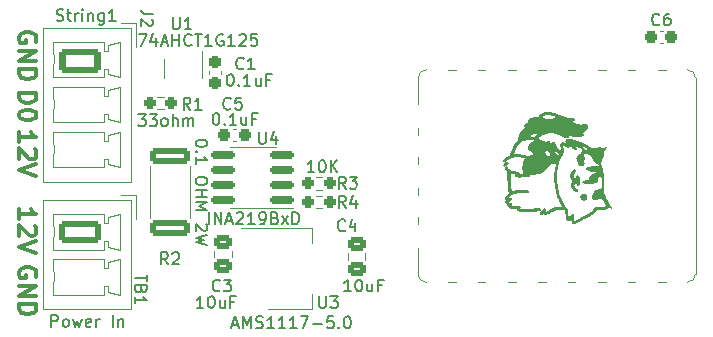
<source format=gbr>
%TF.GenerationSoftware,KiCad,Pcbnew,8.0.8*%
%TF.CreationDate,2025-10-03T16:42:55-04:00*%
%TF.ProjectId,RP2040_Count,52503230-3430-45f4-936f-756e742e6b69,v1*%
%TF.SameCoordinates,Original*%
%TF.FileFunction,Legend,Top*%
%TF.FilePolarity,Positive*%
%FSLAX46Y46*%
G04 Gerber Fmt 4.6, Leading zero omitted, Abs format (unit mm)*
G04 Created by KiCad (PCBNEW 8.0.8) date 2025-10-03 16:42:55*
%MOMM*%
%LPD*%
G01*
G04 APERTURE LIST*
G04 Aperture macros list*
%AMRoundRect*
0 Rectangle with rounded corners*
0 $1 Rounding radius*
0 $2 $3 $4 $5 $6 $7 $8 $9 X,Y pos of 4 corners*
0 Add a 4 corners polygon primitive as box body*
4,1,4,$2,$3,$4,$5,$6,$7,$8,$9,$2,$3,0*
0 Add four circle primitives for the rounded corners*
1,1,$1+$1,$2,$3*
1,1,$1+$1,$4,$5*
1,1,$1+$1,$6,$7*
1,1,$1+$1,$8,$9*
0 Add four rect primitives between the rounded corners*
20,1,$1+$1,$2,$3,$4,$5,0*
20,1,$1+$1,$4,$5,$6,$7,0*
20,1,$1+$1,$6,$7,$8,$9,0*
20,1,$1+$1,$8,$9,$2,$3,0*%
G04 Aperture macros list end*
%ADD10C,0.300000*%
%ADD11C,0.150000*%
%ADD12C,0.120000*%
%ADD13C,0.000000*%
%ADD14C,1.524000*%
%ADD15R,1.700000X3.500000*%
%ADD16R,3.500000X1.700000*%
%ADD17RoundRect,0.249999X1.425001X-0.450001X1.425001X0.450001X-1.425001X0.450001X-1.425001X-0.450001X0*%
%ADD18RoundRect,0.250000X-1.550000X0.650000X-1.550000X-0.650000X1.550000X-0.650000X1.550000X0.650000X0*%
%ADD19O,3.600000X1.800000*%
%ADD20RoundRect,0.237500X-0.250000X-0.237500X0.250000X-0.237500X0.250000X0.237500X-0.250000X0.237500X0*%
%ADD21RoundRect,0.237500X-0.300000X-0.237500X0.300000X-0.237500X0.300000X0.237500X-0.300000X0.237500X0*%
%ADD22RoundRect,0.237500X0.237500X-0.300000X0.237500X0.300000X-0.237500X0.300000X-0.237500X-0.300000X0*%
%ADD23R,0.510000X0.700000*%
%ADD24RoundRect,0.150000X0.825000X0.150000X-0.825000X0.150000X-0.825000X-0.150000X0.825000X-0.150000X0*%
%ADD25RoundRect,0.250000X0.475000X-0.337500X0.475000X0.337500X-0.475000X0.337500X-0.475000X-0.337500X0*%
%ADD26R,2.000000X1.500000*%
%ADD27R,2.000000X3.800000*%
%ADD28RoundRect,0.291667X-1.508333X0.758333X-1.508333X-0.758333X1.508333X-0.758333X1.508333X0.758333X0*%
%ADD29O,3.600000X2.100000*%
%ADD30R,2.500000X1.700000*%
%ADD31O,2.500000X1.700000*%
G04 APERTURE END LIST*
D10*
X100199171Y-84540225D02*
X100199171Y-83683082D01*
X100199171Y-84111653D02*
X101699171Y-84111653D01*
X101699171Y-84111653D02*
X101484885Y-83968796D01*
X101484885Y-83968796D02*
X101342028Y-83825939D01*
X101342028Y-83825939D02*
X101270600Y-83683082D01*
X101556314Y-85111653D02*
X101627742Y-85183081D01*
X101627742Y-85183081D02*
X101699171Y-85325939D01*
X101699171Y-85325939D02*
X101699171Y-85683081D01*
X101699171Y-85683081D02*
X101627742Y-85825939D01*
X101627742Y-85825939D02*
X101556314Y-85897367D01*
X101556314Y-85897367D02*
X101413457Y-85968796D01*
X101413457Y-85968796D02*
X101270600Y-85968796D01*
X101270600Y-85968796D02*
X101056314Y-85897367D01*
X101056314Y-85897367D02*
X100199171Y-85040224D01*
X100199171Y-85040224D02*
X100199171Y-85968796D01*
X101699171Y-86397367D02*
X100199171Y-86897367D01*
X100199171Y-86897367D02*
X101699171Y-87397367D01*
X101627742Y-76040225D02*
X101699171Y-75897368D01*
X101699171Y-75897368D02*
X101699171Y-75683082D01*
X101699171Y-75683082D02*
X101627742Y-75468796D01*
X101627742Y-75468796D02*
X101484885Y-75325939D01*
X101484885Y-75325939D02*
X101342028Y-75254510D01*
X101342028Y-75254510D02*
X101056314Y-75183082D01*
X101056314Y-75183082D02*
X100842028Y-75183082D01*
X100842028Y-75183082D02*
X100556314Y-75254510D01*
X100556314Y-75254510D02*
X100413457Y-75325939D01*
X100413457Y-75325939D02*
X100270600Y-75468796D01*
X100270600Y-75468796D02*
X100199171Y-75683082D01*
X100199171Y-75683082D02*
X100199171Y-75825939D01*
X100199171Y-75825939D02*
X100270600Y-76040225D01*
X100270600Y-76040225D02*
X100342028Y-76111653D01*
X100342028Y-76111653D02*
X100842028Y-76111653D01*
X100842028Y-76111653D02*
X100842028Y-75825939D01*
X100199171Y-76754510D02*
X101699171Y-76754510D01*
X101699171Y-76754510D02*
X100199171Y-77611653D01*
X100199171Y-77611653D02*
X101699171Y-77611653D01*
X100199171Y-78325939D02*
X101699171Y-78325939D01*
X101699171Y-78325939D02*
X101699171Y-78683082D01*
X101699171Y-78683082D02*
X101627742Y-78897368D01*
X101627742Y-78897368D02*
X101484885Y-79040225D01*
X101484885Y-79040225D02*
X101342028Y-79111654D01*
X101342028Y-79111654D02*
X101056314Y-79183082D01*
X101056314Y-79183082D02*
X100842028Y-79183082D01*
X100842028Y-79183082D02*
X100556314Y-79111654D01*
X100556314Y-79111654D02*
X100413457Y-79040225D01*
X100413457Y-79040225D02*
X100270600Y-78897368D01*
X100270600Y-78897368D02*
X100199171Y-78683082D01*
X100199171Y-78683082D02*
X100199171Y-78325939D01*
X101627742Y-95940225D02*
X101699171Y-95797368D01*
X101699171Y-95797368D02*
X101699171Y-95583082D01*
X101699171Y-95583082D02*
X101627742Y-95368796D01*
X101627742Y-95368796D02*
X101484885Y-95225939D01*
X101484885Y-95225939D02*
X101342028Y-95154510D01*
X101342028Y-95154510D02*
X101056314Y-95083082D01*
X101056314Y-95083082D02*
X100842028Y-95083082D01*
X100842028Y-95083082D02*
X100556314Y-95154510D01*
X100556314Y-95154510D02*
X100413457Y-95225939D01*
X100413457Y-95225939D02*
X100270600Y-95368796D01*
X100270600Y-95368796D02*
X100199171Y-95583082D01*
X100199171Y-95583082D02*
X100199171Y-95725939D01*
X100199171Y-95725939D02*
X100270600Y-95940225D01*
X100270600Y-95940225D02*
X100342028Y-96011653D01*
X100342028Y-96011653D02*
X100842028Y-96011653D01*
X100842028Y-96011653D02*
X100842028Y-95725939D01*
X100199171Y-96654510D02*
X101699171Y-96654510D01*
X101699171Y-96654510D02*
X100199171Y-97511653D01*
X100199171Y-97511653D02*
X101699171Y-97511653D01*
X100199171Y-98225939D02*
X101699171Y-98225939D01*
X101699171Y-98225939D02*
X101699171Y-98583082D01*
X101699171Y-98583082D02*
X101627742Y-98797368D01*
X101627742Y-98797368D02*
X101484885Y-98940225D01*
X101484885Y-98940225D02*
X101342028Y-99011654D01*
X101342028Y-99011654D02*
X101056314Y-99083082D01*
X101056314Y-99083082D02*
X100842028Y-99083082D01*
X100842028Y-99083082D02*
X100556314Y-99011654D01*
X100556314Y-99011654D02*
X100413457Y-98940225D01*
X100413457Y-98940225D02*
X100270600Y-98797368D01*
X100270600Y-98797368D02*
X100199171Y-98583082D01*
X100199171Y-98583082D02*
X100199171Y-98225939D01*
X100199171Y-91040225D02*
X100199171Y-90183082D01*
X100199171Y-90611653D02*
X101699171Y-90611653D01*
X101699171Y-90611653D02*
X101484885Y-90468796D01*
X101484885Y-90468796D02*
X101342028Y-90325939D01*
X101342028Y-90325939D02*
X101270600Y-90183082D01*
X101556314Y-91611653D02*
X101627742Y-91683081D01*
X101627742Y-91683081D02*
X101699171Y-91825939D01*
X101699171Y-91825939D02*
X101699171Y-92183081D01*
X101699171Y-92183081D02*
X101627742Y-92325939D01*
X101627742Y-92325939D02*
X101556314Y-92397367D01*
X101556314Y-92397367D02*
X101413457Y-92468796D01*
X101413457Y-92468796D02*
X101270600Y-92468796D01*
X101270600Y-92468796D02*
X101056314Y-92397367D01*
X101056314Y-92397367D02*
X100199171Y-91540224D01*
X100199171Y-91540224D02*
X100199171Y-92468796D01*
X101699171Y-92897367D02*
X100199171Y-93397367D01*
X100199171Y-93397367D02*
X101699171Y-93897367D01*
X100199171Y-80354510D02*
X101699171Y-80354510D01*
X101699171Y-80354510D02*
X101699171Y-80711653D01*
X101699171Y-80711653D02*
X101627742Y-80925939D01*
X101627742Y-80925939D02*
X101484885Y-81068796D01*
X101484885Y-81068796D02*
X101342028Y-81140225D01*
X101342028Y-81140225D02*
X101056314Y-81211653D01*
X101056314Y-81211653D02*
X100842028Y-81211653D01*
X100842028Y-81211653D02*
X100556314Y-81140225D01*
X100556314Y-81140225D02*
X100413457Y-81068796D01*
X100413457Y-81068796D02*
X100270600Y-80925939D01*
X100270600Y-80925939D02*
X100199171Y-80711653D01*
X100199171Y-80711653D02*
X100199171Y-80354510D01*
X101699171Y-82140225D02*
X101699171Y-82283082D01*
X101699171Y-82283082D02*
X101627742Y-82425939D01*
X101627742Y-82425939D02*
X101556314Y-82497368D01*
X101556314Y-82497368D02*
X101413457Y-82568796D01*
X101413457Y-82568796D02*
X101127742Y-82640225D01*
X101127742Y-82640225D02*
X100770600Y-82640225D01*
X100770600Y-82640225D02*
X100484885Y-82568796D01*
X100484885Y-82568796D02*
X100342028Y-82497368D01*
X100342028Y-82497368D02*
X100270600Y-82425939D01*
X100270600Y-82425939D02*
X100199171Y-82283082D01*
X100199171Y-82283082D02*
X100199171Y-82140225D01*
X100199171Y-82140225D02*
X100270600Y-81997368D01*
X100270600Y-81997368D02*
X100342028Y-81925939D01*
X100342028Y-81925939D02*
X100484885Y-81854510D01*
X100484885Y-81854510D02*
X100770600Y-81783082D01*
X100770600Y-81783082D02*
X101127742Y-81783082D01*
X101127742Y-81783082D02*
X101413457Y-81854510D01*
X101413457Y-81854510D02*
X101556314Y-81925939D01*
X101556314Y-81925939D02*
X101627742Y-81997368D01*
X101627742Y-81997368D02*
X101699171Y-82140225D01*
D11*
X112833333Y-94854819D02*
X112500000Y-94378628D01*
X112261905Y-94854819D02*
X112261905Y-93854819D01*
X112261905Y-93854819D02*
X112642857Y-93854819D01*
X112642857Y-93854819D02*
X112738095Y-93902438D01*
X112738095Y-93902438D02*
X112785714Y-93950057D01*
X112785714Y-93950057D02*
X112833333Y-94045295D01*
X112833333Y-94045295D02*
X112833333Y-94188152D01*
X112833333Y-94188152D02*
X112785714Y-94283390D01*
X112785714Y-94283390D02*
X112738095Y-94331009D01*
X112738095Y-94331009D02*
X112642857Y-94378628D01*
X112642857Y-94378628D02*
X112261905Y-94378628D01*
X113214286Y-93950057D02*
X113261905Y-93902438D01*
X113261905Y-93902438D02*
X113357143Y-93854819D01*
X113357143Y-93854819D02*
X113595238Y-93854819D01*
X113595238Y-93854819D02*
X113690476Y-93902438D01*
X113690476Y-93902438D02*
X113738095Y-93950057D01*
X113738095Y-93950057D02*
X113785714Y-94045295D01*
X113785714Y-94045295D02*
X113785714Y-94140533D01*
X113785714Y-94140533D02*
X113738095Y-94283390D01*
X113738095Y-94283390D02*
X113166667Y-94854819D01*
X113166667Y-94854819D02*
X113785714Y-94854819D01*
X116165180Y-84559524D02*
X116165180Y-84654762D01*
X116165180Y-84654762D02*
X116117561Y-84750000D01*
X116117561Y-84750000D02*
X116069942Y-84797619D01*
X116069942Y-84797619D02*
X115974704Y-84845238D01*
X115974704Y-84845238D02*
X115784228Y-84892857D01*
X115784228Y-84892857D02*
X115546133Y-84892857D01*
X115546133Y-84892857D02*
X115355657Y-84845238D01*
X115355657Y-84845238D02*
X115260419Y-84797619D01*
X115260419Y-84797619D02*
X115212800Y-84750000D01*
X115212800Y-84750000D02*
X115165180Y-84654762D01*
X115165180Y-84654762D02*
X115165180Y-84559524D01*
X115165180Y-84559524D02*
X115212800Y-84464286D01*
X115212800Y-84464286D02*
X115260419Y-84416667D01*
X115260419Y-84416667D02*
X115355657Y-84369048D01*
X115355657Y-84369048D02*
X115546133Y-84321429D01*
X115546133Y-84321429D02*
X115784228Y-84321429D01*
X115784228Y-84321429D02*
X115974704Y-84369048D01*
X115974704Y-84369048D02*
X116069942Y-84416667D01*
X116069942Y-84416667D02*
X116117561Y-84464286D01*
X116117561Y-84464286D02*
X116165180Y-84559524D01*
X115260419Y-85321429D02*
X115212800Y-85369048D01*
X115212800Y-85369048D02*
X115165180Y-85321429D01*
X115165180Y-85321429D02*
X115212800Y-85273810D01*
X115212800Y-85273810D02*
X115260419Y-85321429D01*
X115260419Y-85321429D02*
X115165180Y-85321429D01*
X115165180Y-86321428D02*
X115165180Y-85750000D01*
X115165180Y-86035714D02*
X116165180Y-86035714D01*
X116165180Y-86035714D02*
X116022323Y-85940476D01*
X116022323Y-85940476D02*
X115927085Y-85845238D01*
X115927085Y-85845238D02*
X115879466Y-85750000D01*
X116165180Y-87702381D02*
X116165180Y-87892857D01*
X116165180Y-87892857D02*
X116117561Y-87988095D01*
X116117561Y-87988095D02*
X116022323Y-88083333D01*
X116022323Y-88083333D02*
X115831847Y-88130952D01*
X115831847Y-88130952D02*
X115498514Y-88130952D01*
X115498514Y-88130952D02*
X115308038Y-88083333D01*
X115308038Y-88083333D02*
X115212800Y-87988095D01*
X115212800Y-87988095D02*
X115165180Y-87892857D01*
X115165180Y-87892857D02*
X115165180Y-87702381D01*
X115165180Y-87702381D02*
X115212800Y-87607143D01*
X115212800Y-87607143D02*
X115308038Y-87511905D01*
X115308038Y-87511905D02*
X115498514Y-87464286D01*
X115498514Y-87464286D02*
X115831847Y-87464286D01*
X115831847Y-87464286D02*
X116022323Y-87511905D01*
X116022323Y-87511905D02*
X116117561Y-87607143D01*
X116117561Y-87607143D02*
X116165180Y-87702381D01*
X115165180Y-88559524D02*
X116165180Y-88559524D01*
X115688990Y-88559524D02*
X115688990Y-89130952D01*
X115165180Y-89130952D02*
X116165180Y-89130952D01*
X115165180Y-89607143D02*
X116165180Y-89607143D01*
X116165180Y-89607143D02*
X115450895Y-89940476D01*
X115450895Y-89940476D02*
X116165180Y-90273809D01*
X116165180Y-90273809D02*
X115165180Y-90273809D01*
X116069942Y-91464286D02*
X116117561Y-91511905D01*
X116117561Y-91511905D02*
X116165180Y-91607143D01*
X116165180Y-91607143D02*
X116165180Y-91845238D01*
X116165180Y-91845238D02*
X116117561Y-91940476D01*
X116117561Y-91940476D02*
X116069942Y-91988095D01*
X116069942Y-91988095D02*
X115974704Y-92035714D01*
X115974704Y-92035714D02*
X115879466Y-92035714D01*
X115879466Y-92035714D02*
X115736609Y-91988095D01*
X115736609Y-91988095D02*
X115165180Y-91416667D01*
X115165180Y-91416667D02*
X115165180Y-92035714D01*
X116165180Y-92369048D02*
X115165180Y-92607143D01*
X115165180Y-92607143D02*
X115879466Y-92797619D01*
X115879466Y-92797619D02*
X115165180Y-92988095D01*
X115165180Y-92988095D02*
X116165180Y-93226191D01*
X102952381Y-100154819D02*
X102952381Y-99154819D01*
X102952381Y-99154819D02*
X103333333Y-99154819D01*
X103333333Y-99154819D02*
X103428571Y-99202438D01*
X103428571Y-99202438D02*
X103476190Y-99250057D01*
X103476190Y-99250057D02*
X103523809Y-99345295D01*
X103523809Y-99345295D02*
X103523809Y-99488152D01*
X103523809Y-99488152D02*
X103476190Y-99583390D01*
X103476190Y-99583390D02*
X103428571Y-99631009D01*
X103428571Y-99631009D02*
X103333333Y-99678628D01*
X103333333Y-99678628D02*
X102952381Y-99678628D01*
X104095238Y-100154819D02*
X104000000Y-100107200D01*
X104000000Y-100107200D02*
X103952381Y-100059580D01*
X103952381Y-100059580D02*
X103904762Y-99964342D01*
X103904762Y-99964342D02*
X103904762Y-99678628D01*
X103904762Y-99678628D02*
X103952381Y-99583390D01*
X103952381Y-99583390D02*
X104000000Y-99535771D01*
X104000000Y-99535771D02*
X104095238Y-99488152D01*
X104095238Y-99488152D02*
X104238095Y-99488152D01*
X104238095Y-99488152D02*
X104333333Y-99535771D01*
X104333333Y-99535771D02*
X104380952Y-99583390D01*
X104380952Y-99583390D02*
X104428571Y-99678628D01*
X104428571Y-99678628D02*
X104428571Y-99964342D01*
X104428571Y-99964342D02*
X104380952Y-100059580D01*
X104380952Y-100059580D02*
X104333333Y-100107200D01*
X104333333Y-100107200D02*
X104238095Y-100154819D01*
X104238095Y-100154819D02*
X104095238Y-100154819D01*
X104761905Y-99488152D02*
X104952381Y-100154819D01*
X104952381Y-100154819D02*
X105142857Y-99678628D01*
X105142857Y-99678628D02*
X105333333Y-100154819D01*
X105333333Y-100154819D02*
X105523809Y-99488152D01*
X106285714Y-100107200D02*
X106190476Y-100154819D01*
X106190476Y-100154819D02*
X106000000Y-100154819D01*
X106000000Y-100154819D02*
X105904762Y-100107200D01*
X105904762Y-100107200D02*
X105857143Y-100011961D01*
X105857143Y-100011961D02*
X105857143Y-99631009D01*
X105857143Y-99631009D02*
X105904762Y-99535771D01*
X105904762Y-99535771D02*
X106000000Y-99488152D01*
X106000000Y-99488152D02*
X106190476Y-99488152D01*
X106190476Y-99488152D02*
X106285714Y-99535771D01*
X106285714Y-99535771D02*
X106333333Y-99631009D01*
X106333333Y-99631009D02*
X106333333Y-99726247D01*
X106333333Y-99726247D02*
X105857143Y-99821485D01*
X106761905Y-100154819D02*
X106761905Y-99488152D01*
X106761905Y-99678628D02*
X106809524Y-99583390D01*
X106809524Y-99583390D02*
X106857143Y-99535771D01*
X106857143Y-99535771D02*
X106952381Y-99488152D01*
X106952381Y-99488152D02*
X107047619Y-99488152D01*
X108142858Y-100154819D02*
X108142858Y-99154819D01*
X108619048Y-99488152D02*
X108619048Y-100154819D01*
X108619048Y-99583390D02*
X108666667Y-99535771D01*
X108666667Y-99535771D02*
X108761905Y-99488152D01*
X108761905Y-99488152D02*
X108904762Y-99488152D01*
X108904762Y-99488152D02*
X109000000Y-99535771D01*
X109000000Y-99535771D02*
X109047619Y-99631009D01*
X109047619Y-99631009D02*
X109047619Y-100154819D01*
X111045180Y-95738095D02*
X111045180Y-96309523D01*
X110045180Y-96023809D02*
X111045180Y-96023809D01*
X110568990Y-96976190D02*
X110521371Y-97119047D01*
X110521371Y-97119047D02*
X110473752Y-97166666D01*
X110473752Y-97166666D02*
X110378514Y-97214285D01*
X110378514Y-97214285D02*
X110235657Y-97214285D01*
X110235657Y-97214285D02*
X110140419Y-97166666D01*
X110140419Y-97166666D02*
X110092800Y-97119047D01*
X110092800Y-97119047D02*
X110045180Y-97023809D01*
X110045180Y-97023809D02*
X110045180Y-96642857D01*
X110045180Y-96642857D02*
X111045180Y-96642857D01*
X111045180Y-96642857D02*
X111045180Y-96976190D01*
X111045180Y-96976190D02*
X110997561Y-97071428D01*
X110997561Y-97071428D02*
X110949942Y-97119047D01*
X110949942Y-97119047D02*
X110854704Y-97166666D01*
X110854704Y-97166666D02*
X110759466Y-97166666D01*
X110759466Y-97166666D02*
X110664228Y-97119047D01*
X110664228Y-97119047D02*
X110616609Y-97071428D01*
X110616609Y-97071428D02*
X110568990Y-96976190D01*
X110568990Y-96976190D02*
X110568990Y-96642857D01*
X110045180Y-98166666D02*
X110045180Y-97595238D01*
X110045180Y-97880952D02*
X111045180Y-97880952D01*
X111045180Y-97880952D02*
X110902323Y-97785714D01*
X110902323Y-97785714D02*
X110807085Y-97690476D01*
X110807085Y-97690476D02*
X110759466Y-97595238D01*
X127883333Y-88454819D02*
X127550000Y-87978628D01*
X127311905Y-88454819D02*
X127311905Y-87454819D01*
X127311905Y-87454819D02*
X127692857Y-87454819D01*
X127692857Y-87454819D02*
X127788095Y-87502438D01*
X127788095Y-87502438D02*
X127835714Y-87550057D01*
X127835714Y-87550057D02*
X127883333Y-87645295D01*
X127883333Y-87645295D02*
X127883333Y-87788152D01*
X127883333Y-87788152D02*
X127835714Y-87883390D01*
X127835714Y-87883390D02*
X127788095Y-87931009D01*
X127788095Y-87931009D02*
X127692857Y-87978628D01*
X127692857Y-87978628D02*
X127311905Y-87978628D01*
X128216667Y-87454819D02*
X128835714Y-87454819D01*
X128835714Y-87454819D02*
X128502381Y-87835771D01*
X128502381Y-87835771D02*
X128645238Y-87835771D01*
X128645238Y-87835771D02*
X128740476Y-87883390D01*
X128740476Y-87883390D02*
X128788095Y-87931009D01*
X128788095Y-87931009D02*
X128835714Y-88026247D01*
X128835714Y-88026247D02*
X128835714Y-88264342D01*
X128835714Y-88264342D02*
X128788095Y-88359580D01*
X128788095Y-88359580D02*
X128740476Y-88407200D01*
X128740476Y-88407200D02*
X128645238Y-88454819D01*
X128645238Y-88454819D02*
X128359524Y-88454819D01*
X128359524Y-88454819D02*
X128264286Y-88407200D01*
X128264286Y-88407200D02*
X128216667Y-88359580D01*
X125222023Y-87054819D02*
X124650595Y-87054819D01*
X124936309Y-87054819D02*
X124936309Y-86054819D01*
X124936309Y-86054819D02*
X124841071Y-86197676D01*
X124841071Y-86197676D02*
X124745833Y-86292914D01*
X124745833Y-86292914D02*
X124650595Y-86340533D01*
X125841071Y-86054819D02*
X125936309Y-86054819D01*
X125936309Y-86054819D02*
X126031547Y-86102438D01*
X126031547Y-86102438D02*
X126079166Y-86150057D01*
X126079166Y-86150057D02*
X126126785Y-86245295D01*
X126126785Y-86245295D02*
X126174404Y-86435771D01*
X126174404Y-86435771D02*
X126174404Y-86673866D01*
X126174404Y-86673866D02*
X126126785Y-86864342D01*
X126126785Y-86864342D02*
X126079166Y-86959580D01*
X126079166Y-86959580D02*
X126031547Y-87007200D01*
X126031547Y-87007200D02*
X125936309Y-87054819D01*
X125936309Y-87054819D02*
X125841071Y-87054819D01*
X125841071Y-87054819D02*
X125745833Y-87007200D01*
X125745833Y-87007200D02*
X125698214Y-86959580D01*
X125698214Y-86959580D02*
X125650595Y-86864342D01*
X125650595Y-86864342D02*
X125602976Y-86673866D01*
X125602976Y-86673866D02*
X125602976Y-86435771D01*
X125602976Y-86435771D02*
X125650595Y-86245295D01*
X125650595Y-86245295D02*
X125698214Y-86150057D01*
X125698214Y-86150057D02*
X125745833Y-86102438D01*
X125745833Y-86102438D02*
X125841071Y-86054819D01*
X126602976Y-87054819D02*
X126602976Y-86054819D01*
X127174404Y-87054819D02*
X126745833Y-86483390D01*
X127174404Y-86054819D02*
X126602976Y-86626247D01*
X154433333Y-74529580D02*
X154385714Y-74577200D01*
X154385714Y-74577200D02*
X154242857Y-74624819D01*
X154242857Y-74624819D02*
X154147619Y-74624819D01*
X154147619Y-74624819D02*
X154004762Y-74577200D01*
X154004762Y-74577200D02*
X153909524Y-74481961D01*
X153909524Y-74481961D02*
X153861905Y-74386723D01*
X153861905Y-74386723D02*
X153814286Y-74196247D01*
X153814286Y-74196247D02*
X153814286Y-74053390D01*
X153814286Y-74053390D02*
X153861905Y-73862914D01*
X153861905Y-73862914D02*
X153909524Y-73767676D01*
X153909524Y-73767676D02*
X154004762Y-73672438D01*
X154004762Y-73672438D02*
X154147619Y-73624819D01*
X154147619Y-73624819D02*
X154242857Y-73624819D01*
X154242857Y-73624819D02*
X154385714Y-73672438D01*
X154385714Y-73672438D02*
X154433333Y-73720057D01*
X155290476Y-73624819D02*
X155100000Y-73624819D01*
X155100000Y-73624819D02*
X155004762Y-73672438D01*
X155004762Y-73672438D02*
X154957143Y-73720057D01*
X154957143Y-73720057D02*
X154861905Y-73862914D01*
X154861905Y-73862914D02*
X154814286Y-74053390D01*
X154814286Y-74053390D02*
X154814286Y-74434342D01*
X154814286Y-74434342D02*
X154861905Y-74529580D01*
X154861905Y-74529580D02*
X154909524Y-74577200D01*
X154909524Y-74577200D02*
X155004762Y-74624819D01*
X155004762Y-74624819D02*
X155195238Y-74624819D01*
X155195238Y-74624819D02*
X155290476Y-74577200D01*
X155290476Y-74577200D02*
X155338095Y-74529580D01*
X155338095Y-74529580D02*
X155385714Y-74434342D01*
X155385714Y-74434342D02*
X155385714Y-74196247D01*
X155385714Y-74196247D02*
X155338095Y-74101009D01*
X155338095Y-74101009D02*
X155290476Y-74053390D01*
X155290476Y-74053390D02*
X155195238Y-74005771D01*
X155195238Y-74005771D02*
X155004762Y-74005771D01*
X155004762Y-74005771D02*
X154909524Y-74053390D01*
X154909524Y-74053390D02*
X154861905Y-74101009D01*
X154861905Y-74101009D02*
X154814286Y-74196247D01*
X119233333Y-78259580D02*
X119185714Y-78307200D01*
X119185714Y-78307200D02*
X119042857Y-78354819D01*
X119042857Y-78354819D02*
X118947619Y-78354819D01*
X118947619Y-78354819D02*
X118804762Y-78307200D01*
X118804762Y-78307200D02*
X118709524Y-78211961D01*
X118709524Y-78211961D02*
X118661905Y-78116723D01*
X118661905Y-78116723D02*
X118614286Y-77926247D01*
X118614286Y-77926247D02*
X118614286Y-77783390D01*
X118614286Y-77783390D02*
X118661905Y-77592914D01*
X118661905Y-77592914D02*
X118709524Y-77497676D01*
X118709524Y-77497676D02*
X118804762Y-77402438D01*
X118804762Y-77402438D02*
X118947619Y-77354819D01*
X118947619Y-77354819D02*
X119042857Y-77354819D01*
X119042857Y-77354819D02*
X119185714Y-77402438D01*
X119185714Y-77402438D02*
X119233333Y-77450057D01*
X120185714Y-78354819D02*
X119614286Y-78354819D01*
X119900000Y-78354819D02*
X119900000Y-77354819D01*
X119900000Y-77354819D02*
X119804762Y-77497676D01*
X119804762Y-77497676D02*
X119709524Y-77592914D01*
X119709524Y-77592914D02*
X119614286Y-77640533D01*
X118057143Y-78754819D02*
X118152381Y-78754819D01*
X118152381Y-78754819D02*
X118247619Y-78802438D01*
X118247619Y-78802438D02*
X118295238Y-78850057D01*
X118295238Y-78850057D02*
X118342857Y-78945295D01*
X118342857Y-78945295D02*
X118390476Y-79135771D01*
X118390476Y-79135771D02*
X118390476Y-79373866D01*
X118390476Y-79373866D02*
X118342857Y-79564342D01*
X118342857Y-79564342D02*
X118295238Y-79659580D01*
X118295238Y-79659580D02*
X118247619Y-79707200D01*
X118247619Y-79707200D02*
X118152381Y-79754819D01*
X118152381Y-79754819D02*
X118057143Y-79754819D01*
X118057143Y-79754819D02*
X117961905Y-79707200D01*
X117961905Y-79707200D02*
X117914286Y-79659580D01*
X117914286Y-79659580D02*
X117866667Y-79564342D01*
X117866667Y-79564342D02*
X117819048Y-79373866D01*
X117819048Y-79373866D02*
X117819048Y-79135771D01*
X117819048Y-79135771D02*
X117866667Y-78945295D01*
X117866667Y-78945295D02*
X117914286Y-78850057D01*
X117914286Y-78850057D02*
X117961905Y-78802438D01*
X117961905Y-78802438D02*
X118057143Y-78754819D01*
X118819048Y-79659580D02*
X118866667Y-79707200D01*
X118866667Y-79707200D02*
X118819048Y-79754819D01*
X118819048Y-79754819D02*
X118771429Y-79707200D01*
X118771429Y-79707200D02*
X118819048Y-79659580D01*
X118819048Y-79659580D02*
X118819048Y-79754819D01*
X119819047Y-79754819D02*
X119247619Y-79754819D01*
X119533333Y-79754819D02*
X119533333Y-78754819D01*
X119533333Y-78754819D02*
X119438095Y-78897676D01*
X119438095Y-78897676D02*
X119342857Y-78992914D01*
X119342857Y-78992914D02*
X119247619Y-79040533D01*
X120676190Y-79088152D02*
X120676190Y-79754819D01*
X120247619Y-79088152D02*
X120247619Y-79611961D01*
X120247619Y-79611961D02*
X120295238Y-79707200D01*
X120295238Y-79707200D02*
X120390476Y-79754819D01*
X120390476Y-79754819D02*
X120533333Y-79754819D01*
X120533333Y-79754819D02*
X120628571Y-79707200D01*
X120628571Y-79707200D02*
X120676190Y-79659580D01*
X121485714Y-79231009D02*
X121152381Y-79231009D01*
X121152381Y-79754819D02*
X121152381Y-78754819D01*
X121152381Y-78754819D02*
X121628571Y-78754819D01*
X113238095Y-73954819D02*
X113238095Y-74764342D01*
X113238095Y-74764342D02*
X113285714Y-74859580D01*
X113285714Y-74859580D02*
X113333333Y-74907200D01*
X113333333Y-74907200D02*
X113428571Y-74954819D01*
X113428571Y-74954819D02*
X113619047Y-74954819D01*
X113619047Y-74954819D02*
X113714285Y-74907200D01*
X113714285Y-74907200D02*
X113761904Y-74859580D01*
X113761904Y-74859580D02*
X113809523Y-74764342D01*
X113809523Y-74764342D02*
X113809523Y-73954819D01*
X114809523Y-74954819D02*
X114238095Y-74954819D01*
X114523809Y-74954819D02*
X114523809Y-73954819D01*
X114523809Y-73954819D02*
X114428571Y-74097676D01*
X114428571Y-74097676D02*
X114333333Y-74192914D01*
X114333333Y-74192914D02*
X114238095Y-74240533D01*
X110352381Y-75354819D02*
X111019047Y-75354819D01*
X111019047Y-75354819D02*
X110590476Y-76354819D01*
X111828571Y-75688152D02*
X111828571Y-76354819D01*
X111590476Y-75307200D02*
X111352381Y-76021485D01*
X111352381Y-76021485D02*
X111971428Y-76021485D01*
X112304762Y-76069104D02*
X112780952Y-76069104D01*
X112209524Y-76354819D02*
X112542857Y-75354819D01*
X112542857Y-75354819D02*
X112876190Y-76354819D01*
X113209524Y-76354819D02*
X113209524Y-75354819D01*
X113209524Y-75831009D02*
X113780952Y-75831009D01*
X113780952Y-76354819D02*
X113780952Y-75354819D01*
X114828571Y-76259580D02*
X114780952Y-76307200D01*
X114780952Y-76307200D02*
X114638095Y-76354819D01*
X114638095Y-76354819D02*
X114542857Y-76354819D01*
X114542857Y-76354819D02*
X114400000Y-76307200D01*
X114400000Y-76307200D02*
X114304762Y-76211961D01*
X114304762Y-76211961D02*
X114257143Y-76116723D01*
X114257143Y-76116723D02*
X114209524Y-75926247D01*
X114209524Y-75926247D02*
X114209524Y-75783390D01*
X114209524Y-75783390D02*
X114257143Y-75592914D01*
X114257143Y-75592914D02*
X114304762Y-75497676D01*
X114304762Y-75497676D02*
X114400000Y-75402438D01*
X114400000Y-75402438D02*
X114542857Y-75354819D01*
X114542857Y-75354819D02*
X114638095Y-75354819D01*
X114638095Y-75354819D02*
X114780952Y-75402438D01*
X114780952Y-75402438D02*
X114828571Y-75450057D01*
X115114286Y-75354819D02*
X115685714Y-75354819D01*
X115400000Y-76354819D02*
X115400000Y-75354819D01*
X116542857Y-76354819D02*
X115971429Y-76354819D01*
X116257143Y-76354819D02*
X116257143Y-75354819D01*
X116257143Y-75354819D02*
X116161905Y-75497676D01*
X116161905Y-75497676D02*
X116066667Y-75592914D01*
X116066667Y-75592914D02*
X115971429Y-75640533D01*
X117495238Y-75402438D02*
X117400000Y-75354819D01*
X117400000Y-75354819D02*
X117257143Y-75354819D01*
X117257143Y-75354819D02*
X117114286Y-75402438D01*
X117114286Y-75402438D02*
X117019048Y-75497676D01*
X117019048Y-75497676D02*
X116971429Y-75592914D01*
X116971429Y-75592914D02*
X116923810Y-75783390D01*
X116923810Y-75783390D02*
X116923810Y-75926247D01*
X116923810Y-75926247D02*
X116971429Y-76116723D01*
X116971429Y-76116723D02*
X117019048Y-76211961D01*
X117019048Y-76211961D02*
X117114286Y-76307200D01*
X117114286Y-76307200D02*
X117257143Y-76354819D01*
X117257143Y-76354819D02*
X117352381Y-76354819D01*
X117352381Y-76354819D02*
X117495238Y-76307200D01*
X117495238Y-76307200D02*
X117542857Y-76259580D01*
X117542857Y-76259580D02*
X117542857Y-75926247D01*
X117542857Y-75926247D02*
X117352381Y-75926247D01*
X118495238Y-76354819D02*
X117923810Y-76354819D01*
X118209524Y-76354819D02*
X118209524Y-75354819D01*
X118209524Y-75354819D02*
X118114286Y-75497676D01*
X118114286Y-75497676D02*
X118019048Y-75592914D01*
X118019048Y-75592914D02*
X117923810Y-75640533D01*
X118876191Y-75450057D02*
X118923810Y-75402438D01*
X118923810Y-75402438D02*
X119019048Y-75354819D01*
X119019048Y-75354819D02*
X119257143Y-75354819D01*
X119257143Y-75354819D02*
X119352381Y-75402438D01*
X119352381Y-75402438D02*
X119400000Y-75450057D01*
X119400000Y-75450057D02*
X119447619Y-75545295D01*
X119447619Y-75545295D02*
X119447619Y-75640533D01*
X119447619Y-75640533D02*
X119400000Y-75783390D01*
X119400000Y-75783390D02*
X118828572Y-76354819D01*
X118828572Y-76354819D02*
X119447619Y-76354819D01*
X120352381Y-75354819D02*
X119876191Y-75354819D01*
X119876191Y-75354819D02*
X119828572Y-75831009D01*
X119828572Y-75831009D02*
X119876191Y-75783390D01*
X119876191Y-75783390D02*
X119971429Y-75735771D01*
X119971429Y-75735771D02*
X120209524Y-75735771D01*
X120209524Y-75735771D02*
X120304762Y-75783390D01*
X120304762Y-75783390D02*
X120352381Y-75831009D01*
X120352381Y-75831009D02*
X120400000Y-75926247D01*
X120400000Y-75926247D02*
X120400000Y-76164342D01*
X120400000Y-76164342D02*
X120352381Y-76259580D01*
X120352381Y-76259580D02*
X120304762Y-76307200D01*
X120304762Y-76307200D02*
X120209524Y-76354819D01*
X120209524Y-76354819D02*
X119971429Y-76354819D01*
X119971429Y-76354819D02*
X119876191Y-76307200D01*
X119876191Y-76307200D02*
X119828572Y-76259580D01*
X120538095Y-83654819D02*
X120538095Y-84464342D01*
X120538095Y-84464342D02*
X120585714Y-84559580D01*
X120585714Y-84559580D02*
X120633333Y-84607200D01*
X120633333Y-84607200D02*
X120728571Y-84654819D01*
X120728571Y-84654819D02*
X120919047Y-84654819D01*
X120919047Y-84654819D02*
X121014285Y-84607200D01*
X121014285Y-84607200D02*
X121061904Y-84559580D01*
X121061904Y-84559580D02*
X121109523Y-84464342D01*
X121109523Y-84464342D02*
X121109523Y-83654819D01*
X122014285Y-83988152D02*
X122014285Y-84654819D01*
X121776190Y-83607200D02*
X121538095Y-84321485D01*
X121538095Y-84321485D02*
X122157142Y-84321485D01*
X116314286Y-91454819D02*
X116314286Y-90454819D01*
X116790476Y-91454819D02*
X116790476Y-90454819D01*
X116790476Y-90454819D02*
X117361904Y-91454819D01*
X117361904Y-91454819D02*
X117361904Y-90454819D01*
X117790476Y-91169104D02*
X118266666Y-91169104D01*
X117695238Y-91454819D02*
X118028571Y-90454819D01*
X118028571Y-90454819D02*
X118361904Y-91454819D01*
X118647619Y-90550057D02*
X118695238Y-90502438D01*
X118695238Y-90502438D02*
X118790476Y-90454819D01*
X118790476Y-90454819D02*
X119028571Y-90454819D01*
X119028571Y-90454819D02*
X119123809Y-90502438D01*
X119123809Y-90502438D02*
X119171428Y-90550057D01*
X119171428Y-90550057D02*
X119219047Y-90645295D01*
X119219047Y-90645295D02*
X119219047Y-90740533D01*
X119219047Y-90740533D02*
X119171428Y-90883390D01*
X119171428Y-90883390D02*
X118600000Y-91454819D01*
X118600000Y-91454819D02*
X119219047Y-91454819D01*
X120171428Y-91454819D02*
X119600000Y-91454819D01*
X119885714Y-91454819D02*
X119885714Y-90454819D01*
X119885714Y-90454819D02*
X119790476Y-90597676D01*
X119790476Y-90597676D02*
X119695238Y-90692914D01*
X119695238Y-90692914D02*
X119600000Y-90740533D01*
X120647619Y-91454819D02*
X120838095Y-91454819D01*
X120838095Y-91454819D02*
X120933333Y-91407200D01*
X120933333Y-91407200D02*
X120980952Y-91359580D01*
X120980952Y-91359580D02*
X121076190Y-91216723D01*
X121076190Y-91216723D02*
X121123809Y-91026247D01*
X121123809Y-91026247D02*
X121123809Y-90645295D01*
X121123809Y-90645295D02*
X121076190Y-90550057D01*
X121076190Y-90550057D02*
X121028571Y-90502438D01*
X121028571Y-90502438D02*
X120933333Y-90454819D01*
X120933333Y-90454819D02*
X120742857Y-90454819D01*
X120742857Y-90454819D02*
X120647619Y-90502438D01*
X120647619Y-90502438D02*
X120600000Y-90550057D01*
X120600000Y-90550057D02*
X120552381Y-90645295D01*
X120552381Y-90645295D02*
X120552381Y-90883390D01*
X120552381Y-90883390D02*
X120600000Y-90978628D01*
X120600000Y-90978628D02*
X120647619Y-91026247D01*
X120647619Y-91026247D02*
X120742857Y-91073866D01*
X120742857Y-91073866D02*
X120933333Y-91073866D01*
X120933333Y-91073866D02*
X121028571Y-91026247D01*
X121028571Y-91026247D02*
X121076190Y-90978628D01*
X121076190Y-90978628D02*
X121123809Y-90883390D01*
X121885714Y-90931009D02*
X122028571Y-90978628D01*
X122028571Y-90978628D02*
X122076190Y-91026247D01*
X122076190Y-91026247D02*
X122123809Y-91121485D01*
X122123809Y-91121485D02*
X122123809Y-91264342D01*
X122123809Y-91264342D02*
X122076190Y-91359580D01*
X122076190Y-91359580D02*
X122028571Y-91407200D01*
X122028571Y-91407200D02*
X121933333Y-91454819D01*
X121933333Y-91454819D02*
X121552381Y-91454819D01*
X121552381Y-91454819D02*
X121552381Y-90454819D01*
X121552381Y-90454819D02*
X121885714Y-90454819D01*
X121885714Y-90454819D02*
X121980952Y-90502438D01*
X121980952Y-90502438D02*
X122028571Y-90550057D01*
X122028571Y-90550057D02*
X122076190Y-90645295D01*
X122076190Y-90645295D02*
X122076190Y-90740533D01*
X122076190Y-90740533D02*
X122028571Y-90835771D01*
X122028571Y-90835771D02*
X121980952Y-90883390D01*
X121980952Y-90883390D02*
X121885714Y-90931009D01*
X121885714Y-90931009D02*
X121552381Y-90931009D01*
X122457143Y-91454819D02*
X122980952Y-90788152D01*
X122457143Y-90788152D02*
X122980952Y-91454819D01*
X123361905Y-91454819D02*
X123361905Y-90454819D01*
X123361905Y-90454819D02*
X123600000Y-90454819D01*
X123600000Y-90454819D02*
X123742857Y-90502438D01*
X123742857Y-90502438D02*
X123838095Y-90597676D01*
X123838095Y-90597676D02*
X123885714Y-90692914D01*
X123885714Y-90692914D02*
X123933333Y-90883390D01*
X123933333Y-90883390D02*
X123933333Y-91026247D01*
X123933333Y-91026247D02*
X123885714Y-91216723D01*
X123885714Y-91216723D02*
X123838095Y-91311961D01*
X123838095Y-91311961D02*
X123742857Y-91407200D01*
X123742857Y-91407200D02*
X123600000Y-91454819D01*
X123600000Y-91454819D02*
X123361905Y-91454819D01*
X127833333Y-91959580D02*
X127785714Y-92007200D01*
X127785714Y-92007200D02*
X127642857Y-92054819D01*
X127642857Y-92054819D02*
X127547619Y-92054819D01*
X127547619Y-92054819D02*
X127404762Y-92007200D01*
X127404762Y-92007200D02*
X127309524Y-91911961D01*
X127309524Y-91911961D02*
X127261905Y-91816723D01*
X127261905Y-91816723D02*
X127214286Y-91626247D01*
X127214286Y-91626247D02*
X127214286Y-91483390D01*
X127214286Y-91483390D02*
X127261905Y-91292914D01*
X127261905Y-91292914D02*
X127309524Y-91197676D01*
X127309524Y-91197676D02*
X127404762Y-91102438D01*
X127404762Y-91102438D02*
X127547619Y-91054819D01*
X127547619Y-91054819D02*
X127642857Y-91054819D01*
X127642857Y-91054819D02*
X127785714Y-91102438D01*
X127785714Y-91102438D02*
X127833333Y-91150057D01*
X128690476Y-91388152D02*
X128690476Y-92054819D01*
X128452381Y-91007200D02*
X128214286Y-91721485D01*
X128214286Y-91721485D02*
X128833333Y-91721485D01*
X128328571Y-97154819D02*
X127757143Y-97154819D01*
X128042857Y-97154819D02*
X128042857Y-96154819D01*
X128042857Y-96154819D02*
X127947619Y-96297676D01*
X127947619Y-96297676D02*
X127852381Y-96392914D01*
X127852381Y-96392914D02*
X127757143Y-96440533D01*
X128947619Y-96154819D02*
X129042857Y-96154819D01*
X129042857Y-96154819D02*
X129138095Y-96202438D01*
X129138095Y-96202438D02*
X129185714Y-96250057D01*
X129185714Y-96250057D02*
X129233333Y-96345295D01*
X129233333Y-96345295D02*
X129280952Y-96535771D01*
X129280952Y-96535771D02*
X129280952Y-96773866D01*
X129280952Y-96773866D02*
X129233333Y-96964342D01*
X129233333Y-96964342D02*
X129185714Y-97059580D01*
X129185714Y-97059580D02*
X129138095Y-97107200D01*
X129138095Y-97107200D02*
X129042857Y-97154819D01*
X129042857Y-97154819D02*
X128947619Y-97154819D01*
X128947619Y-97154819D02*
X128852381Y-97107200D01*
X128852381Y-97107200D02*
X128804762Y-97059580D01*
X128804762Y-97059580D02*
X128757143Y-96964342D01*
X128757143Y-96964342D02*
X128709524Y-96773866D01*
X128709524Y-96773866D02*
X128709524Y-96535771D01*
X128709524Y-96535771D02*
X128757143Y-96345295D01*
X128757143Y-96345295D02*
X128804762Y-96250057D01*
X128804762Y-96250057D02*
X128852381Y-96202438D01*
X128852381Y-96202438D02*
X128947619Y-96154819D01*
X130138095Y-96488152D02*
X130138095Y-97154819D01*
X129709524Y-96488152D02*
X129709524Y-97011961D01*
X129709524Y-97011961D02*
X129757143Y-97107200D01*
X129757143Y-97107200D02*
X129852381Y-97154819D01*
X129852381Y-97154819D02*
X129995238Y-97154819D01*
X129995238Y-97154819D02*
X130090476Y-97107200D01*
X130090476Y-97107200D02*
X130138095Y-97059580D01*
X130947619Y-96631009D02*
X130614286Y-96631009D01*
X130614286Y-97154819D02*
X130614286Y-96154819D01*
X130614286Y-96154819D02*
X131090476Y-96154819D01*
X114733333Y-81754819D02*
X114400000Y-81278628D01*
X114161905Y-81754819D02*
X114161905Y-80754819D01*
X114161905Y-80754819D02*
X114542857Y-80754819D01*
X114542857Y-80754819D02*
X114638095Y-80802438D01*
X114638095Y-80802438D02*
X114685714Y-80850057D01*
X114685714Y-80850057D02*
X114733333Y-80945295D01*
X114733333Y-80945295D02*
X114733333Y-81088152D01*
X114733333Y-81088152D02*
X114685714Y-81183390D01*
X114685714Y-81183390D02*
X114638095Y-81231009D01*
X114638095Y-81231009D02*
X114542857Y-81278628D01*
X114542857Y-81278628D02*
X114161905Y-81278628D01*
X115685714Y-81754819D02*
X115114286Y-81754819D01*
X115400000Y-81754819D02*
X115400000Y-80754819D01*
X115400000Y-80754819D02*
X115304762Y-80897676D01*
X115304762Y-80897676D02*
X115209524Y-80992914D01*
X115209524Y-80992914D02*
X115114286Y-81040533D01*
X110319048Y-82154819D02*
X110938095Y-82154819D01*
X110938095Y-82154819D02*
X110604762Y-82535771D01*
X110604762Y-82535771D02*
X110747619Y-82535771D01*
X110747619Y-82535771D02*
X110842857Y-82583390D01*
X110842857Y-82583390D02*
X110890476Y-82631009D01*
X110890476Y-82631009D02*
X110938095Y-82726247D01*
X110938095Y-82726247D02*
X110938095Y-82964342D01*
X110938095Y-82964342D02*
X110890476Y-83059580D01*
X110890476Y-83059580D02*
X110842857Y-83107200D01*
X110842857Y-83107200D02*
X110747619Y-83154819D01*
X110747619Y-83154819D02*
X110461905Y-83154819D01*
X110461905Y-83154819D02*
X110366667Y-83107200D01*
X110366667Y-83107200D02*
X110319048Y-83059580D01*
X111271429Y-82154819D02*
X111890476Y-82154819D01*
X111890476Y-82154819D02*
X111557143Y-82535771D01*
X111557143Y-82535771D02*
X111700000Y-82535771D01*
X111700000Y-82535771D02*
X111795238Y-82583390D01*
X111795238Y-82583390D02*
X111842857Y-82631009D01*
X111842857Y-82631009D02*
X111890476Y-82726247D01*
X111890476Y-82726247D02*
X111890476Y-82964342D01*
X111890476Y-82964342D02*
X111842857Y-83059580D01*
X111842857Y-83059580D02*
X111795238Y-83107200D01*
X111795238Y-83107200D02*
X111700000Y-83154819D01*
X111700000Y-83154819D02*
X111414286Y-83154819D01*
X111414286Y-83154819D02*
X111319048Y-83107200D01*
X111319048Y-83107200D02*
X111271429Y-83059580D01*
X112461905Y-83154819D02*
X112366667Y-83107200D01*
X112366667Y-83107200D02*
X112319048Y-83059580D01*
X112319048Y-83059580D02*
X112271429Y-82964342D01*
X112271429Y-82964342D02*
X112271429Y-82678628D01*
X112271429Y-82678628D02*
X112319048Y-82583390D01*
X112319048Y-82583390D02*
X112366667Y-82535771D01*
X112366667Y-82535771D02*
X112461905Y-82488152D01*
X112461905Y-82488152D02*
X112604762Y-82488152D01*
X112604762Y-82488152D02*
X112700000Y-82535771D01*
X112700000Y-82535771D02*
X112747619Y-82583390D01*
X112747619Y-82583390D02*
X112795238Y-82678628D01*
X112795238Y-82678628D02*
X112795238Y-82964342D01*
X112795238Y-82964342D02*
X112747619Y-83059580D01*
X112747619Y-83059580D02*
X112700000Y-83107200D01*
X112700000Y-83107200D02*
X112604762Y-83154819D01*
X112604762Y-83154819D02*
X112461905Y-83154819D01*
X113223810Y-83154819D02*
X113223810Y-82154819D01*
X113652381Y-83154819D02*
X113652381Y-82631009D01*
X113652381Y-82631009D02*
X113604762Y-82535771D01*
X113604762Y-82535771D02*
X113509524Y-82488152D01*
X113509524Y-82488152D02*
X113366667Y-82488152D01*
X113366667Y-82488152D02*
X113271429Y-82535771D01*
X113271429Y-82535771D02*
X113223810Y-82583390D01*
X114128572Y-83154819D02*
X114128572Y-82488152D01*
X114128572Y-82583390D02*
X114176191Y-82535771D01*
X114176191Y-82535771D02*
X114271429Y-82488152D01*
X114271429Y-82488152D02*
X114414286Y-82488152D01*
X114414286Y-82488152D02*
X114509524Y-82535771D01*
X114509524Y-82535771D02*
X114557143Y-82631009D01*
X114557143Y-82631009D02*
X114557143Y-83154819D01*
X114557143Y-82631009D02*
X114604762Y-82535771D01*
X114604762Y-82535771D02*
X114700000Y-82488152D01*
X114700000Y-82488152D02*
X114842857Y-82488152D01*
X114842857Y-82488152D02*
X114938096Y-82535771D01*
X114938096Y-82535771D02*
X114985715Y-82631009D01*
X114985715Y-82631009D02*
X114985715Y-83154819D01*
X125638095Y-97554819D02*
X125638095Y-98364342D01*
X125638095Y-98364342D02*
X125685714Y-98459580D01*
X125685714Y-98459580D02*
X125733333Y-98507200D01*
X125733333Y-98507200D02*
X125828571Y-98554819D01*
X125828571Y-98554819D02*
X126019047Y-98554819D01*
X126019047Y-98554819D02*
X126114285Y-98507200D01*
X126114285Y-98507200D02*
X126161904Y-98459580D01*
X126161904Y-98459580D02*
X126209523Y-98364342D01*
X126209523Y-98364342D02*
X126209523Y-97554819D01*
X126590476Y-97554819D02*
X127209523Y-97554819D01*
X127209523Y-97554819D02*
X126876190Y-97935771D01*
X126876190Y-97935771D02*
X127019047Y-97935771D01*
X127019047Y-97935771D02*
X127114285Y-97983390D01*
X127114285Y-97983390D02*
X127161904Y-98031009D01*
X127161904Y-98031009D02*
X127209523Y-98126247D01*
X127209523Y-98126247D02*
X127209523Y-98364342D01*
X127209523Y-98364342D02*
X127161904Y-98459580D01*
X127161904Y-98459580D02*
X127114285Y-98507200D01*
X127114285Y-98507200D02*
X127019047Y-98554819D01*
X127019047Y-98554819D02*
X126733333Y-98554819D01*
X126733333Y-98554819D02*
X126638095Y-98507200D01*
X126638095Y-98507200D02*
X126590476Y-98459580D01*
X118300000Y-99969104D02*
X118776190Y-99969104D01*
X118204762Y-100254819D02*
X118538095Y-99254819D01*
X118538095Y-99254819D02*
X118871428Y-100254819D01*
X119204762Y-100254819D02*
X119204762Y-99254819D01*
X119204762Y-99254819D02*
X119538095Y-99969104D01*
X119538095Y-99969104D02*
X119871428Y-99254819D01*
X119871428Y-99254819D02*
X119871428Y-100254819D01*
X120300000Y-100207200D02*
X120442857Y-100254819D01*
X120442857Y-100254819D02*
X120680952Y-100254819D01*
X120680952Y-100254819D02*
X120776190Y-100207200D01*
X120776190Y-100207200D02*
X120823809Y-100159580D01*
X120823809Y-100159580D02*
X120871428Y-100064342D01*
X120871428Y-100064342D02*
X120871428Y-99969104D01*
X120871428Y-99969104D02*
X120823809Y-99873866D01*
X120823809Y-99873866D02*
X120776190Y-99826247D01*
X120776190Y-99826247D02*
X120680952Y-99778628D01*
X120680952Y-99778628D02*
X120490476Y-99731009D01*
X120490476Y-99731009D02*
X120395238Y-99683390D01*
X120395238Y-99683390D02*
X120347619Y-99635771D01*
X120347619Y-99635771D02*
X120300000Y-99540533D01*
X120300000Y-99540533D02*
X120300000Y-99445295D01*
X120300000Y-99445295D02*
X120347619Y-99350057D01*
X120347619Y-99350057D02*
X120395238Y-99302438D01*
X120395238Y-99302438D02*
X120490476Y-99254819D01*
X120490476Y-99254819D02*
X120728571Y-99254819D01*
X120728571Y-99254819D02*
X120871428Y-99302438D01*
X121823809Y-100254819D02*
X121252381Y-100254819D01*
X121538095Y-100254819D02*
X121538095Y-99254819D01*
X121538095Y-99254819D02*
X121442857Y-99397676D01*
X121442857Y-99397676D02*
X121347619Y-99492914D01*
X121347619Y-99492914D02*
X121252381Y-99540533D01*
X122776190Y-100254819D02*
X122204762Y-100254819D01*
X122490476Y-100254819D02*
X122490476Y-99254819D01*
X122490476Y-99254819D02*
X122395238Y-99397676D01*
X122395238Y-99397676D02*
X122300000Y-99492914D01*
X122300000Y-99492914D02*
X122204762Y-99540533D01*
X123728571Y-100254819D02*
X123157143Y-100254819D01*
X123442857Y-100254819D02*
X123442857Y-99254819D01*
X123442857Y-99254819D02*
X123347619Y-99397676D01*
X123347619Y-99397676D02*
X123252381Y-99492914D01*
X123252381Y-99492914D02*
X123157143Y-99540533D01*
X124061905Y-99254819D02*
X124728571Y-99254819D01*
X124728571Y-99254819D02*
X124300000Y-100254819D01*
X125109524Y-99873866D02*
X125871429Y-99873866D01*
X126823809Y-99254819D02*
X126347619Y-99254819D01*
X126347619Y-99254819D02*
X126300000Y-99731009D01*
X126300000Y-99731009D02*
X126347619Y-99683390D01*
X126347619Y-99683390D02*
X126442857Y-99635771D01*
X126442857Y-99635771D02*
X126680952Y-99635771D01*
X126680952Y-99635771D02*
X126776190Y-99683390D01*
X126776190Y-99683390D02*
X126823809Y-99731009D01*
X126823809Y-99731009D02*
X126871428Y-99826247D01*
X126871428Y-99826247D02*
X126871428Y-100064342D01*
X126871428Y-100064342D02*
X126823809Y-100159580D01*
X126823809Y-100159580D02*
X126776190Y-100207200D01*
X126776190Y-100207200D02*
X126680952Y-100254819D01*
X126680952Y-100254819D02*
X126442857Y-100254819D01*
X126442857Y-100254819D02*
X126347619Y-100207200D01*
X126347619Y-100207200D02*
X126300000Y-100159580D01*
X127300000Y-100159580D02*
X127347619Y-100207200D01*
X127347619Y-100207200D02*
X127300000Y-100254819D01*
X127300000Y-100254819D02*
X127252381Y-100207200D01*
X127252381Y-100207200D02*
X127300000Y-100159580D01*
X127300000Y-100159580D02*
X127300000Y-100254819D01*
X127966666Y-99254819D02*
X128061904Y-99254819D01*
X128061904Y-99254819D02*
X128157142Y-99302438D01*
X128157142Y-99302438D02*
X128204761Y-99350057D01*
X128204761Y-99350057D02*
X128252380Y-99445295D01*
X128252380Y-99445295D02*
X128299999Y-99635771D01*
X128299999Y-99635771D02*
X128299999Y-99873866D01*
X128299999Y-99873866D02*
X128252380Y-100064342D01*
X128252380Y-100064342D02*
X128204761Y-100159580D01*
X128204761Y-100159580D02*
X128157142Y-100207200D01*
X128157142Y-100207200D02*
X128061904Y-100254819D01*
X128061904Y-100254819D02*
X127966666Y-100254819D01*
X127966666Y-100254819D02*
X127871428Y-100207200D01*
X127871428Y-100207200D02*
X127823809Y-100159580D01*
X127823809Y-100159580D02*
X127776190Y-100064342D01*
X127776190Y-100064342D02*
X127728571Y-99873866D01*
X127728571Y-99873866D02*
X127728571Y-99635771D01*
X127728571Y-99635771D02*
X127776190Y-99445295D01*
X127776190Y-99445295D02*
X127823809Y-99350057D01*
X127823809Y-99350057D02*
X127871428Y-99302438D01*
X127871428Y-99302438D02*
X127966666Y-99254819D01*
X118133333Y-81659580D02*
X118085714Y-81707200D01*
X118085714Y-81707200D02*
X117942857Y-81754819D01*
X117942857Y-81754819D02*
X117847619Y-81754819D01*
X117847619Y-81754819D02*
X117704762Y-81707200D01*
X117704762Y-81707200D02*
X117609524Y-81611961D01*
X117609524Y-81611961D02*
X117561905Y-81516723D01*
X117561905Y-81516723D02*
X117514286Y-81326247D01*
X117514286Y-81326247D02*
X117514286Y-81183390D01*
X117514286Y-81183390D02*
X117561905Y-80992914D01*
X117561905Y-80992914D02*
X117609524Y-80897676D01*
X117609524Y-80897676D02*
X117704762Y-80802438D01*
X117704762Y-80802438D02*
X117847619Y-80754819D01*
X117847619Y-80754819D02*
X117942857Y-80754819D01*
X117942857Y-80754819D02*
X118085714Y-80802438D01*
X118085714Y-80802438D02*
X118133333Y-80850057D01*
X119038095Y-80754819D02*
X118561905Y-80754819D01*
X118561905Y-80754819D02*
X118514286Y-81231009D01*
X118514286Y-81231009D02*
X118561905Y-81183390D01*
X118561905Y-81183390D02*
X118657143Y-81135771D01*
X118657143Y-81135771D02*
X118895238Y-81135771D01*
X118895238Y-81135771D02*
X118990476Y-81183390D01*
X118990476Y-81183390D02*
X119038095Y-81231009D01*
X119038095Y-81231009D02*
X119085714Y-81326247D01*
X119085714Y-81326247D02*
X119085714Y-81564342D01*
X119085714Y-81564342D02*
X119038095Y-81659580D01*
X119038095Y-81659580D02*
X118990476Y-81707200D01*
X118990476Y-81707200D02*
X118895238Y-81754819D01*
X118895238Y-81754819D02*
X118657143Y-81754819D01*
X118657143Y-81754819D02*
X118561905Y-81707200D01*
X118561905Y-81707200D02*
X118514286Y-81659580D01*
X116857143Y-82054819D02*
X116952381Y-82054819D01*
X116952381Y-82054819D02*
X117047619Y-82102438D01*
X117047619Y-82102438D02*
X117095238Y-82150057D01*
X117095238Y-82150057D02*
X117142857Y-82245295D01*
X117142857Y-82245295D02*
X117190476Y-82435771D01*
X117190476Y-82435771D02*
X117190476Y-82673866D01*
X117190476Y-82673866D02*
X117142857Y-82864342D01*
X117142857Y-82864342D02*
X117095238Y-82959580D01*
X117095238Y-82959580D02*
X117047619Y-83007200D01*
X117047619Y-83007200D02*
X116952381Y-83054819D01*
X116952381Y-83054819D02*
X116857143Y-83054819D01*
X116857143Y-83054819D02*
X116761905Y-83007200D01*
X116761905Y-83007200D02*
X116714286Y-82959580D01*
X116714286Y-82959580D02*
X116666667Y-82864342D01*
X116666667Y-82864342D02*
X116619048Y-82673866D01*
X116619048Y-82673866D02*
X116619048Y-82435771D01*
X116619048Y-82435771D02*
X116666667Y-82245295D01*
X116666667Y-82245295D02*
X116714286Y-82150057D01*
X116714286Y-82150057D02*
X116761905Y-82102438D01*
X116761905Y-82102438D02*
X116857143Y-82054819D01*
X117619048Y-82959580D02*
X117666667Y-83007200D01*
X117666667Y-83007200D02*
X117619048Y-83054819D01*
X117619048Y-83054819D02*
X117571429Y-83007200D01*
X117571429Y-83007200D02*
X117619048Y-82959580D01*
X117619048Y-82959580D02*
X117619048Y-83054819D01*
X118619047Y-83054819D02*
X118047619Y-83054819D01*
X118333333Y-83054819D02*
X118333333Y-82054819D01*
X118333333Y-82054819D02*
X118238095Y-82197676D01*
X118238095Y-82197676D02*
X118142857Y-82292914D01*
X118142857Y-82292914D02*
X118047619Y-82340533D01*
X119476190Y-82388152D02*
X119476190Y-83054819D01*
X119047619Y-82388152D02*
X119047619Y-82911961D01*
X119047619Y-82911961D02*
X119095238Y-83007200D01*
X119095238Y-83007200D02*
X119190476Y-83054819D01*
X119190476Y-83054819D02*
X119333333Y-83054819D01*
X119333333Y-83054819D02*
X119428571Y-83007200D01*
X119428571Y-83007200D02*
X119476190Y-82959580D01*
X120285714Y-82531009D02*
X119952381Y-82531009D01*
X119952381Y-83054819D02*
X119952381Y-82054819D01*
X119952381Y-82054819D02*
X120428571Y-82054819D01*
X117233333Y-97059580D02*
X117185714Y-97107200D01*
X117185714Y-97107200D02*
X117042857Y-97154819D01*
X117042857Y-97154819D02*
X116947619Y-97154819D01*
X116947619Y-97154819D02*
X116804762Y-97107200D01*
X116804762Y-97107200D02*
X116709524Y-97011961D01*
X116709524Y-97011961D02*
X116661905Y-96916723D01*
X116661905Y-96916723D02*
X116614286Y-96726247D01*
X116614286Y-96726247D02*
X116614286Y-96583390D01*
X116614286Y-96583390D02*
X116661905Y-96392914D01*
X116661905Y-96392914D02*
X116709524Y-96297676D01*
X116709524Y-96297676D02*
X116804762Y-96202438D01*
X116804762Y-96202438D02*
X116947619Y-96154819D01*
X116947619Y-96154819D02*
X117042857Y-96154819D01*
X117042857Y-96154819D02*
X117185714Y-96202438D01*
X117185714Y-96202438D02*
X117233333Y-96250057D01*
X117566667Y-96154819D02*
X118185714Y-96154819D01*
X118185714Y-96154819D02*
X117852381Y-96535771D01*
X117852381Y-96535771D02*
X117995238Y-96535771D01*
X117995238Y-96535771D02*
X118090476Y-96583390D01*
X118090476Y-96583390D02*
X118138095Y-96631009D01*
X118138095Y-96631009D02*
X118185714Y-96726247D01*
X118185714Y-96726247D02*
X118185714Y-96964342D01*
X118185714Y-96964342D02*
X118138095Y-97059580D01*
X118138095Y-97059580D02*
X118090476Y-97107200D01*
X118090476Y-97107200D02*
X117995238Y-97154819D01*
X117995238Y-97154819D02*
X117709524Y-97154819D01*
X117709524Y-97154819D02*
X117614286Y-97107200D01*
X117614286Y-97107200D02*
X117566667Y-97059580D01*
X115828571Y-98554819D02*
X115257143Y-98554819D01*
X115542857Y-98554819D02*
X115542857Y-97554819D01*
X115542857Y-97554819D02*
X115447619Y-97697676D01*
X115447619Y-97697676D02*
X115352381Y-97792914D01*
X115352381Y-97792914D02*
X115257143Y-97840533D01*
X116447619Y-97554819D02*
X116542857Y-97554819D01*
X116542857Y-97554819D02*
X116638095Y-97602438D01*
X116638095Y-97602438D02*
X116685714Y-97650057D01*
X116685714Y-97650057D02*
X116733333Y-97745295D01*
X116733333Y-97745295D02*
X116780952Y-97935771D01*
X116780952Y-97935771D02*
X116780952Y-98173866D01*
X116780952Y-98173866D02*
X116733333Y-98364342D01*
X116733333Y-98364342D02*
X116685714Y-98459580D01*
X116685714Y-98459580D02*
X116638095Y-98507200D01*
X116638095Y-98507200D02*
X116542857Y-98554819D01*
X116542857Y-98554819D02*
X116447619Y-98554819D01*
X116447619Y-98554819D02*
X116352381Y-98507200D01*
X116352381Y-98507200D02*
X116304762Y-98459580D01*
X116304762Y-98459580D02*
X116257143Y-98364342D01*
X116257143Y-98364342D02*
X116209524Y-98173866D01*
X116209524Y-98173866D02*
X116209524Y-97935771D01*
X116209524Y-97935771D02*
X116257143Y-97745295D01*
X116257143Y-97745295D02*
X116304762Y-97650057D01*
X116304762Y-97650057D02*
X116352381Y-97602438D01*
X116352381Y-97602438D02*
X116447619Y-97554819D01*
X117638095Y-97888152D02*
X117638095Y-98554819D01*
X117209524Y-97888152D02*
X117209524Y-98411961D01*
X117209524Y-98411961D02*
X117257143Y-98507200D01*
X117257143Y-98507200D02*
X117352381Y-98554819D01*
X117352381Y-98554819D02*
X117495238Y-98554819D01*
X117495238Y-98554819D02*
X117590476Y-98507200D01*
X117590476Y-98507200D02*
X117638095Y-98459580D01*
X118447619Y-98031009D02*
X118114286Y-98031009D01*
X118114286Y-98554819D02*
X118114286Y-97554819D01*
X118114286Y-97554819D02*
X118590476Y-97554819D01*
X127883333Y-90054819D02*
X127550000Y-89578628D01*
X127311905Y-90054819D02*
X127311905Y-89054819D01*
X127311905Y-89054819D02*
X127692857Y-89054819D01*
X127692857Y-89054819D02*
X127788095Y-89102438D01*
X127788095Y-89102438D02*
X127835714Y-89150057D01*
X127835714Y-89150057D02*
X127883333Y-89245295D01*
X127883333Y-89245295D02*
X127883333Y-89388152D01*
X127883333Y-89388152D02*
X127835714Y-89483390D01*
X127835714Y-89483390D02*
X127788095Y-89531009D01*
X127788095Y-89531009D02*
X127692857Y-89578628D01*
X127692857Y-89578628D02*
X127311905Y-89578628D01*
X128740476Y-89388152D02*
X128740476Y-90054819D01*
X128502381Y-89007200D02*
X128264286Y-89721485D01*
X128264286Y-89721485D02*
X128883333Y-89721485D01*
X111545180Y-73666666D02*
X110830895Y-73666666D01*
X110830895Y-73666666D02*
X110688038Y-73619047D01*
X110688038Y-73619047D02*
X110592800Y-73523809D01*
X110592800Y-73523809D02*
X110545180Y-73380952D01*
X110545180Y-73380952D02*
X110545180Y-73285714D01*
X111449942Y-74095238D02*
X111497561Y-74142857D01*
X111497561Y-74142857D02*
X111545180Y-74238095D01*
X111545180Y-74238095D02*
X111545180Y-74476190D01*
X111545180Y-74476190D02*
X111497561Y-74571428D01*
X111497561Y-74571428D02*
X111449942Y-74619047D01*
X111449942Y-74619047D02*
X111354704Y-74666666D01*
X111354704Y-74666666D02*
X111259466Y-74666666D01*
X111259466Y-74666666D02*
X111116609Y-74619047D01*
X111116609Y-74619047D02*
X110545180Y-74047619D01*
X110545180Y-74047619D02*
X110545180Y-74666666D01*
X103400000Y-74207200D02*
X103542857Y-74254819D01*
X103542857Y-74254819D02*
X103780952Y-74254819D01*
X103780952Y-74254819D02*
X103876190Y-74207200D01*
X103876190Y-74207200D02*
X103923809Y-74159580D01*
X103923809Y-74159580D02*
X103971428Y-74064342D01*
X103971428Y-74064342D02*
X103971428Y-73969104D01*
X103971428Y-73969104D02*
X103923809Y-73873866D01*
X103923809Y-73873866D02*
X103876190Y-73826247D01*
X103876190Y-73826247D02*
X103780952Y-73778628D01*
X103780952Y-73778628D02*
X103590476Y-73731009D01*
X103590476Y-73731009D02*
X103495238Y-73683390D01*
X103495238Y-73683390D02*
X103447619Y-73635771D01*
X103447619Y-73635771D02*
X103400000Y-73540533D01*
X103400000Y-73540533D02*
X103400000Y-73445295D01*
X103400000Y-73445295D02*
X103447619Y-73350057D01*
X103447619Y-73350057D02*
X103495238Y-73302438D01*
X103495238Y-73302438D02*
X103590476Y-73254819D01*
X103590476Y-73254819D02*
X103828571Y-73254819D01*
X103828571Y-73254819D02*
X103971428Y-73302438D01*
X104257143Y-73588152D02*
X104638095Y-73588152D01*
X104400000Y-73254819D02*
X104400000Y-74111961D01*
X104400000Y-74111961D02*
X104447619Y-74207200D01*
X104447619Y-74207200D02*
X104542857Y-74254819D01*
X104542857Y-74254819D02*
X104638095Y-74254819D01*
X104971429Y-74254819D02*
X104971429Y-73588152D01*
X104971429Y-73778628D02*
X105019048Y-73683390D01*
X105019048Y-73683390D02*
X105066667Y-73635771D01*
X105066667Y-73635771D02*
X105161905Y-73588152D01*
X105161905Y-73588152D02*
X105257143Y-73588152D01*
X105590477Y-74254819D02*
X105590477Y-73588152D01*
X105590477Y-73254819D02*
X105542858Y-73302438D01*
X105542858Y-73302438D02*
X105590477Y-73350057D01*
X105590477Y-73350057D02*
X105638096Y-73302438D01*
X105638096Y-73302438D02*
X105590477Y-73254819D01*
X105590477Y-73254819D02*
X105590477Y-73350057D01*
X106066667Y-73588152D02*
X106066667Y-74254819D01*
X106066667Y-73683390D02*
X106114286Y-73635771D01*
X106114286Y-73635771D02*
X106209524Y-73588152D01*
X106209524Y-73588152D02*
X106352381Y-73588152D01*
X106352381Y-73588152D02*
X106447619Y-73635771D01*
X106447619Y-73635771D02*
X106495238Y-73731009D01*
X106495238Y-73731009D02*
X106495238Y-74254819D01*
X107400000Y-73588152D02*
X107400000Y-74397676D01*
X107400000Y-74397676D02*
X107352381Y-74492914D01*
X107352381Y-74492914D02*
X107304762Y-74540533D01*
X107304762Y-74540533D02*
X107209524Y-74588152D01*
X107209524Y-74588152D02*
X107066667Y-74588152D01*
X107066667Y-74588152D02*
X106971429Y-74540533D01*
X107400000Y-74207200D02*
X107304762Y-74254819D01*
X107304762Y-74254819D02*
X107114286Y-74254819D01*
X107114286Y-74254819D02*
X107019048Y-74207200D01*
X107019048Y-74207200D02*
X106971429Y-74159580D01*
X106971429Y-74159580D02*
X106923810Y-74064342D01*
X106923810Y-74064342D02*
X106923810Y-73778628D01*
X106923810Y-73778628D02*
X106971429Y-73683390D01*
X106971429Y-73683390D02*
X107019048Y-73635771D01*
X107019048Y-73635771D02*
X107114286Y-73588152D01*
X107114286Y-73588152D02*
X107304762Y-73588152D01*
X107304762Y-73588152D02*
X107400000Y-73635771D01*
X108400000Y-74254819D02*
X107828572Y-74254819D01*
X108114286Y-74254819D02*
X108114286Y-73254819D01*
X108114286Y-73254819D02*
X108019048Y-73397676D01*
X108019048Y-73397676D02*
X107923810Y-73492914D01*
X107923810Y-73492914D02*
X107828572Y-73540533D01*
D12*
%TO.C,U5*%
X134000000Y-79080000D02*
X134000000Y-81280000D01*
X134000000Y-83280000D02*
X134000000Y-83880000D01*
X134000000Y-85780000D02*
X134000000Y-86380000D01*
X134000000Y-88380000D02*
X134000000Y-88980000D01*
X134000000Y-90880000D02*
X134000000Y-91480000D01*
X134000000Y-95680000D02*
X134000000Y-93480000D01*
X136500000Y-96380000D02*
X137200000Y-96380000D01*
X137200000Y-78380000D02*
X136500000Y-78380000D01*
X139700000Y-78380000D02*
X139100000Y-78380000D01*
X139700000Y-96380000D02*
X139100000Y-96380000D01*
X141600000Y-96380000D02*
X142300000Y-96380000D01*
X142300000Y-78380000D02*
X141600000Y-78380000D01*
X144200000Y-78380000D02*
X144800000Y-78380000D01*
X144200000Y-96380000D02*
X144800000Y-96380000D01*
X146700000Y-78380000D02*
X147300000Y-78380000D01*
X147300000Y-96380000D02*
X146700000Y-96380000D01*
X149200000Y-78380000D02*
X149900000Y-78380000D01*
X149200000Y-96380000D02*
X149900000Y-96380000D01*
X151800000Y-78380000D02*
X152400000Y-78380000D01*
X151800000Y-96380000D02*
X152400000Y-96380000D01*
X155000000Y-78380000D02*
X154300000Y-78380000D01*
X155000000Y-96380000D02*
X154300000Y-96380000D01*
X157500000Y-79080000D02*
X157500000Y-95680000D01*
X134000000Y-79080000D02*
G75*
G02*
X134700000Y-78380000I700000J0D01*
G01*
X134700000Y-96380000D02*
G75*
G02*
X134000000Y-95680000I0J700000D01*
G01*
X156800000Y-78380000D02*
G75*
G02*
X157500000Y-79080000I0J-700000D01*
G01*
X157500000Y-95680000D02*
G75*
G02*
X156800000Y-96380000I-700000J0D01*
G01*
%TO.C,R2*%
X111290000Y-90927064D02*
X111290000Y-86572936D01*
X114710000Y-90927064D02*
X114710000Y-86572936D01*
D13*
%TO.C,G\u002A\u002A\u002A*%
G36*
X141604774Y-86169970D02*
G01*
X141636759Y-86191418D01*
X141660923Y-86220730D01*
X141675179Y-86255759D01*
X141677440Y-86294360D01*
X141674121Y-86311832D01*
X141662649Y-86341657D01*
X141644478Y-86365563D01*
X141616662Y-86386648D01*
X141588068Y-86402290D01*
X141540803Y-86429999D01*
X141499042Y-86462545D01*
X141466570Y-86496790D01*
X141456233Y-86511536D01*
X141433891Y-86537173D01*
X141403615Y-86558382D01*
X141370914Y-86571891D01*
X141349342Y-86575015D01*
X141305947Y-86568381D01*
X141269793Y-86548662D01*
X141241287Y-86516126D01*
X141230539Y-86496249D01*
X141221667Y-86475256D01*
X141217997Y-86458459D01*
X141219295Y-86440051D01*
X141225326Y-86414224D01*
X141226981Y-86408024D01*
X141243455Y-86369832D01*
X141271620Y-86329260D01*
X141308871Y-86288478D01*
X141352605Y-86249655D01*
X141400216Y-86214962D01*
X141449098Y-86186567D01*
X141496648Y-86166640D01*
X141525686Y-86159242D01*
X141567054Y-86158529D01*
X141604774Y-86169970D01*
G37*
G36*
X148096725Y-88891181D02*
G01*
X148154294Y-88908382D01*
X148207054Y-88936341D01*
X148252616Y-88974284D01*
X148288586Y-89021441D01*
X148295088Y-89033193D01*
X148319637Y-89089812D01*
X148331818Y-89142346D01*
X148332276Y-89194175D01*
X148329624Y-89213731D01*
X148311291Y-89280626D01*
X148280861Y-89338781D01*
X148238636Y-89387789D01*
X148184916Y-89427240D01*
X148163637Y-89438625D01*
X148142699Y-89448171D01*
X148123881Y-89454251D01*
X148102732Y-89457629D01*
X148074797Y-89459067D01*
X148042705Y-89459333D01*
X148005026Y-89458884D01*
X147977839Y-89457054D01*
X147956648Y-89453111D01*
X147936957Y-89446329D01*
X147922339Y-89439821D01*
X147867191Y-89406224D01*
X147821516Y-89362671D01*
X147786340Y-89311234D01*
X147762691Y-89253986D01*
X147751593Y-89192998D01*
X147754074Y-89130343D01*
X147758292Y-89108608D01*
X147778513Y-89053336D01*
X147811079Y-89001385D01*
X147853334Y-88956004D01*
X147902621Y-88920446D01*
X147919094Y-88911839D01*
X147976734Y-88892138D01*
X148036742Y-88885509D01*
X148096725Y-88891181D01*
G37*
G36*
X144775547Y-90114338D02*
G01*
X144813205Y-90133213D01*
X144822099Y-90140345D01*
X144851050Y-90175128D01*
X144867056Y-90215870D01*
X144869404Y-90259844D01*
X144861965Y-90292753D01*
X144854229Y-90304606D01*
X144836953Y-90325009D01*
X144811642Y-90352352D01*
X144779796Y-90385026D01*
X144742919Y-90421424D01*
X144731228Y-90432706D01*
X144680758Y-90482256D01*
X144637716Y-90526765D01*
X144603349Y-90564888D01*
X144578903Y-90595276D01*
X144573157Y-90603481D01*
X144543476Y-90644037D01*
X144515887Y-90672109D01*
X144488012Y-90689540D01*
X144457476Y-90698167D01*
X144449673Y-90699115D01*
X144406405Y-90696817D01*
X144369464Y-90682416D01*
X144340077Y-90657918D01*
X144319469Y-90625328D01*
X144308867Y-90586654D01*
X144309496Y-90543899D01*
X144322583Y-90499072D01*
X144324631Y-90494536D01*
X144337523Y-90471371D01*
X144356784Y-90441967D01*
X144378987Y-90411447D01*
X144387366Y-90400768D01*
X144411507Y-90372201D01*
X144442086Y-90338227D01*
X144476939Y-90301031D01*
X144513901Y-90262802D01*
X144550809Y-90225726D01*
X144585499Y-90191991D01*
X144615805Y-90163783D01*
X144639564Y-90143291D01*
X144649641Y-90135701D01*
X144690868Y-90115504D01*
X144733802Y-90108409D01*
X144775547Y-90114338D01*
G37*
G36*
X141883669Y-89613148D02*
G01*
X141920830Y-89628627D01*
X141952742Y-89657993D01*
X141955310Y-89661276D01*
X141975612Y-89698913D01*
X141981415Y-89738522D01*
X141972828Y-89778658D01*
X141949960Y-89817877D01*
X141942783Y-89826513D01*
X141926835Y-89846742D01*
X141918549Y-89861819D01*
X141918583Y-89868176D01*
X141930189Y-89874641D01*
X141952931Y-89883634D01*
X141983378Y-89894080D01*
X142018102Y-89904908D01*
X142053673Y-89915044D01*
X142086662Y-89923415D01*
X142111768Y-89928632D01*
X142152356Y-89933032D01*
X142204138Y-89934666D01*
X142263590Y-89933682D01*
X142327190Y-89930231D01*
X142391416Y-89924464D01*
X142452743Y-89916528D01*
X142472859Y-89913269D01*
X142524863Y-89905316D01*
X142565197Y-89901944D01*
X142596609Y-89903590D01*
X142621848Y-89910689D01*
X142643663Y-89923679D01*
X142664803Y-89942996D01*
X142665672Y-89943906D01*
X142690206Y-89979496D01*
X142701006Y-90018684D01*
X142697922Y-90058869D01*
X142680805Y-90097450D01*
X142674999Y-90105650D01*
X142663527Y-90121866D01*
X142657820Y-90132314D01*
X142657763Y-90133991D01*
X142665787Y-90136999D01*
X142684287Y-90142676D01*
X142709155Y-90149767D01*
X142736071Y-90154829D01*
X142775930Y-90159070D01*
X142826696Y-90162465D01*
X142886330Y-90164991D01*
X142952794Y-90166623D01*
X143024050Y-90167338D01*
X143098061Y-90167111D01*
X143172789Y-90165919D01*
X143246196Y-90163738D01*
X143316244Y-90160545D01*
X143365534Y-90157457D01*
X143480208Y-90149233D01*
X143580675Y-90141926D01*
X143667702Y-90135476D01*
X143742054Y-90129825D01*
X143804496Y-90124914D01*
X143855793Y-90120686D01*
X143896710Y-90117081D01*
X143909391Y-90115892D01*
X143948872Y-90112169D01*
X143989003Y-90108478D01*
X144023562Y-90105387D01*
X144036917Y-90104235D01*
X144069910Y-90101148D01*
X144109179Y-90097049D01*
X144145491Y-90092910D01*
X144184293Y-90089234D01*
X144226967Y-90086700D01*
X144261764Y-90085881D01*
X144294883Y-90086988D01*
X144319287Y-90090975D01*
X144341190Y-90099214D01*
X144355248Y-90106510D01*
X144389952Y-90133200D01*
X144413630Y-90167300D01*
X144425342Y-90205992D01*
X144424149Y-90246458D01*
X144412789Y-90279168D01*
X144389410Y-90313266D01*
X144358640Y-90336730D01*
X144318713Y-90350470D01*
X144267861Y-90355398D01*
X144264874Y-90355430D01*
X144243606Y-90356379D01*
X144210432Y-90358843D01*
X144168343Y-90362552D01*
X144120331Y-90367240D01*
X144069385Y-90372637D01*
X144054832Y-90374258D01*
X143966420Y-90383561D01*
X143871402Y-90392364D01*
X143771375Y-90400595D01*
X143667933Y-90408184D01*
X143562674Y-90415060D01*
X143457192Y-90421151D01*
X143353084Y-90426386D01*
X143251944Y-90430695D01*
X143155369Y-90434005D01*
X143064954Y-90436246D01*
X142982294Y-90437348D01*
X142908987Y-90437237D01*
X142846626Y-90435845D01*
X142796809Y-90433098D01*
X142777207Y-90431207D01*
X142692986Y-90418572D01*
X142615953Y-90401375D01*
X142547180Y-90380156D01*
X142487738Y-90355456D01*
X142438697Y-90327814D01*
X142401128Y-90297769D01*
X142376101Y-90265862D01*
X142364688Y-90232631D01*
X142364078Y-90222980D01*
X142364068Y-90201979D01*
X142227176Y-90201532D01*
X142175821Y-90201152D01*
X142135909Y-90200167D01*
X142103886Y-90198244D01*
X142076194Y-90195046D01*
X142049277Y-90190240D01*
X142019579Y-90183490D01*
X142009624Y-90181043D01*
X141925152Y-90157706D01*
X141853722Y-90132578D01*
X141793390Y-90104672D01*
X141742217Y-90073000D01*
X141698262Y-90036576D01*
X141672331Y-90009530D01*
X141647158Y-89981517D01*
X141619838Y-89952027D01*
X141597175Y-89928362D01*
X141577552Y-89906597D01*
X141561781Y-89885842D01*
X141554042Y-89872214D01*
X141547376Y-89841472D01*
X141547308Y-89806844D01*
X141553456Y-89775078D01*
X141560459Y-89759392D01*
X141584050Y-89729007D01*
X141613031Y-89707855D01*
X141651940Y-89692697D01*
X141655198Y-89691764D01*
X141686291Y-89680496D01*
X141720830Y-89664238D01*
X141745215Y-89650270D01*
X141795410Y-89623946D01*
X141841712Y-89611580D01*
X141883669Y-89613148D01*
G37*
G36*
X147289474Y-86803786D02*
G01*
X147327731Y-86817842D01*
X147359758Y-86841959D01*
X147383611Y-86874503D01*
X147397343Y-86913843D01*
X147399008Y-86958348D01*
X147396288Y-86975283D01*
X147392074Y-86989959D01*
X147384868Y-87005112D01*
X147373127Y-87022879D01*
X147355307Y-87045394D01*
X147329867Y-87074793D01*
X147302079Y-87105710D01*
X147258962Y-87154730D01*
X147226007Y-87196088D01*
X147202026Y-87231933D01*
X147185832Y-87264415D01*
X147176235Y-87295683D01*
X147172048Y-87327886D01*
X147171621Y-87341673D01*
X147175699Y-87395428D01*
X147187910Y-87446735D01*
X147206975Y-87492246D01*
X147231616Y-87528613D01*
X147249315Y-87545236D01*
X147282065Y-87567031D01*
X147314086Y-87583242D01*
X147342129Y-87592562D01*
X147362944Y-87593686D01*
X147366772Y-87592473D01*
X147375986Y-87587237D01*
X147380315Y-87579467D01*
X147380581Y-87565097D01*
X147377609Y-87540064D01*
X147377523Y-87539428D01*
X147373930Y-87504452D01*
X147371692Y-87466082D01*
X147371323Y-87447693D01*
X147372567Y-87418611D01*
X147377636Y-87397472D01*
X147388532Y-87377324D01*
X147393827Y-87369595D01*
X147426566Y-87335290D01*
X147466252Y-87313334D01*
X147510472Y-87304351D01*
X147556811Y-87308967D01*
X147586939Y-87319565D01*
X147624429Y-87342123D01*
X147649748Y-87371098D01*
X147665312Y-87409397D01*
X147666860Y-87415711D01*
X147669579Y-87433357D01*
X147672698Y-87463110D01*
X147675979Y-87502086D01*
X147679181Y-87547402D01*
X147682066Y-87596175D01*
X147682473Y-87603925D01*
X147685922Y-87661942D01*
X147690464Y-87725405D01*
X147695662Y-87788909D01*
X147701079Y-87847048D01*
X147705181Y-87885231D01*
X147712034Y-87946846D01*
X147716613Y-87995692D01*
X147718953Y-88033825D01*
X147719092Y-88063301D01*
X147717065Y-88086174D01*
X147712908Y-88104500D01*
X147709243Y-88114565D01*
X147687276Y-88148836D01*
X147654981Y-88175838D01*
X147615809Y-88194230D01*
X147573216Y-88202670D01*
X147530653Y-88199817D01*
X147507984Y-88192730D01*
X147488735Y-88181109D01*
X147466896Y-88162905D01*
X147456524Y-88152346D01*
X147437500Y-88126142D01*
X147424365Y-88094890D01*
X147416403Y-88055799D01*
X147412897Y-88006077D01*
X147412581Y-87981173D01*
X147412139Y-87952449D01*
X147410959Y-87930513D01*
X147409262Y-87918819D01*
X147408531Y-87917779D01*
X147399975Y-87920899D01*
X147383102Y-87928771D01*
X147374437Y-87933107D01*
X147338420Y-87955993D01*
X147304824Y-87985318D01*
X147278406Y-88016625D01*
X147269531Y-88031325D01*
X147256464Y-88066869D01*
X147247717Y-88110520D01*
X147244073Y-88155802D01*
X147246319Y-88196242D01*
X147248287Y-88206586D01*
X147257761Y-88240402D01*
X147270214Y-88270132D01*
X147287368Y-88297927D01*
X147310943Y-88325934D01*
X147342661Y-88356303D01*
X147384242Y-88391181D01*
X147416542Y-88416642D01*
X147451365Y-88444555D01*
X147481706Y-88470581D01*
X147505319Y-88492677D01*
X147519954Y-88508803D01*
X147522800Y-88513143D01*
X147538699Y-88557700D01*
X147541188Y-88601149D01*
X147531505Y-88641375D01*
X147510884Y-88676258D01*
X147480563Y-88703681D01*
X147441776Y-88721527D01*
X147397578Y-88727684D01*
X147377921Y-88726217D01*
X147357925Y-88720959D01*
X147335523Y-88710753D01*
X147308648Y-88694444D01*
X147275235Y-88670875D01*
X147233216Y-88638892D01*
X147219175Y-88627916D01*
X147164238Y-88583083D01*
X147120086Y-88542917D01*
X147084302Y-88504960D01*
X147054469Y-88466749D01*
X147040574Y-88446071D01*
X147000937Y-88370887D01*
X146973833Y-88290334D01*
X146959168Y-88206488D01*
X146956852Y-88121428D01*
X146966792Y-88037230D01*
X146988896Y-87955972D01*
X147023073Y-87879733D01*
X147068650Y-87811314D01*
X147084802Y-87791115D01*
X147030726Y-87733211D01*
X146983793Y-87674639D01*
X146944026Y-87608429D01*
X146913900Y-87539213D01*
X146898625Y-87485839D01*
X146890905Y-87440349D01*
X146885761Y-87390578D01*
X146883451Y-87341468D01*
X146884235Y-87297963D01*
X146887338Y-87270100D01*
X146909149Y-87185776D01*
X146942467Y-87105881D01*
X146958045Y-87077291D01*
X146977625Y-87047469D01*
X147003871Y-87012612D01*
X147034767Y-86974908D01*
X147068297Y-86936546D01*
X147102446Y-86899713D01*
X147135199Y-86866598D01*
X147164539Y-86839388D01*
X147188453Y-86820271D01*
X147202057Y-86812380D01*
X147246935Y-86801421D01*
X147289474Y-86803786D01*
G37*
G36*
X144993355Y-81956159D02*
G01*
X145094991Y-81958918D01*
X145208799Y-81968710D01*
X145321133Y-81985149D01*
X145429059Y-82008135D01*
X145450203Y-82013602D01*
X145486225Y-82023560D01*
X145522484Y-82034378D01*
X145560686Y-82046673D01*
X145602539Y-82061065D01*
X145649750Y-82078172D01*
X145704026Y-82098611D01*
X145767074Y-82123000D01*
X145840601Y-82151959D01*
X145923538Y-82184994D01*
X146057890Y-82237558D01*
X146181466Y-82283279D01*
X146296530Y-82322739D01*
X146405345Y-82356519D01*
X146510173Y-82385199D01*
X146613278Y-82409359D01*
X146716923Y-82429581D01*
X146823369Y-82446445D01*
X146934882Y-82460531D01*
X147038294Y-82471026D01*
X147098748Y-82476887D01*
X147146230Y-82482574D01*
X147182740Y-82488842D01*
X147210280Y-82496445D01*
X147230851Y-82506138D01*
X147246455Y-82518675D01*
X147259091Y-82534812D01*
X147270763Y-82555302D01*
X147272899Y-82559477D01*
X147283394Y-82595644D01*
X147282219Y-82635364D01*
X147270310Y-82674052D01*
X147248600Y-82707120D01*
X147241342Y-82714343D01*
X147212910Y-82731980D01*
X147174976Y-82744013D01*
X147132477Y-82748903D01*
X147130319Y-82748933D01*
X147101099Y-82751702D01*
X147083901Y-82759075D01*
X147082516Y-82760514D01*
X147077826Y-82768871D01*
X147085224Y-82771531D01*
X147090974Y-82771617D01*
X147101983Y-82774856D01*
X147124529Y-82784093D01*
X147156792Y-82798490D01*
X147196954Y-82817210D01*
X147243195Y-82839414D01*
X147293696Y-82864266D01*
X147311311Y-82873069D01*
X147382361Y-82908284D01*
X147442565Y-82936976D01*
X147494177Y-82959930D01*
X147539454Y-82977930D01*
X147580652Y-82991762D01*
X147620027Y-83002211D01*
X147659833Y-83010062D01*
X147702328Y-83016099D01*
X147731602Y-83019336D01*
X147790063Y-83022885D01*
X147850770Y-83021466D01*
X147916959Y-83014803D01*
X147991869Y-83002623D01*
X148038954Y-82993263D01*
X148121398Y-82979480D01*
X148192744Y-82975165D01*
X148253665Y-82980487D01*
X148304835Y-82995616D01*
X148346929Y-83020720D01*
X148380621Y-83055968D01*
X148397633Y-83083078D01*
X148407216Y-83105978D01*
X148412282Y-83132744D01*
X148413852Y-83168809D01*
X148413854Y-83169345D01*
X148413086Y-83200452D01*
X148409534Y-83224964D01*
X148401665Y-83249300D01*
X148387948Y-83279878D01*
X148386994Y-83281867D01*
X148356376Y-83336556D01*
X148314558Y-83397235D01*
X148263039Y-83461905D01*
X148203318Y-83528564D01*
X148197646Y-83534535D01*
X148126441Y-83603121D01*
X148056174Y-83658134D01*
X147984986Y-83700740D01*
X147911016Y-83732106D01*
X147857686Y-83747731D01*
X147826896Y-83756074D01*
X147800989Y-83764564D01*
X147783988Y-83771820D01*
X147780421Y-83774215D01*
X147774449Y-83781764D01*
X147779232Y-83783775D01*
X147795758Y-83780152D01*
X147825013Y-83770798D01*
X147828913Y-83769463D01*
X147878770Y-83757047D01*
X147921367Y-83757096D01*
X147958143Y-83769850D01*
X147990536Y-83795549D01*
X147991593Y-83796669D01*
X148016643Y-83833229D01*
X148027677Y-83872864D01*
X148024739Y-83913415D01*
X148007874Y-83952722D01*
X147987859Y-83978286D01*
X147964378Y-83999474D01*
X147937617Y-84015965D01*
X147904211Y-84029259D01*
X147860789Y-84040861D01*
X147835500Y-84046250D01*
X147724635Y-84065321D01*
X147612915Y-84078402D01*
X147503089Y-84085410D01*
X147397906Y-84086264D01*
X147300114Y-84080881D01*
X147212462Y-84069181D01*
X147192892Y-84065352D01*
X147146037Y-84053684D01*
X147090060Y-84036794D01*
X147029273Y-84016139D01*
X146967988Y-83993177D01*
X146915643Y-83971603D01*
X146883689Y-83958094D01*
X146861481Y-83950076D01*
X146845156Y-83946719D01*
X146830854Y-83947191D01*
X146816357Y-83950245D01*
X146784695Y-83958217D01*
X146798579Y-83985450D01*
X146811436Y-84025558D01*
X146810623Y-84065504D01*
X146797303Y-84102877D01*
X146772640Y-84135264D01*
X146737796Y-84160252D01*
X146708702Y-84171839D01*
X146689412Y-84176726D01*
X146670776Y-84179310D01*
X146650603Y-84179213D01*
X146626703Y-84176061D01*
X146596883Y-84169479D01*
X146558955Y-84159092D01*
X146510725Y-84144524D01*
X146464617Y-84130039D01*
X146378774Y-84101945D01*
X146301541Y-84074545D01*
X146228549Y-84046063D01*
X146155433Y-84014721D01*
X146077825Y-83978740D01*
X146002303Y-83941806D01*
X145916119Y-83899705D01*
X145840480Y-83864763D01*
X145773176Y-83836247D01*
X145711995Y-83813421D01*
X145654725Y-83795552D01*
X145599153Y-83781905D01*
X145543068Y-83771745D01*
X145484259Y-83764339D01*
X145461070Y-83762124D01*
X145402265Y-83758127D01*
X145336885Y-83755711D01*
X145269188Y-83754878D01*
X145203433Y-83755627D01*
X145143877Y-83757959D01*
X145094778Y-83761875D01*
X145092763Y-83762102D01*
X145047455Y-83769162D01*
X144991090Y-83780895D01*
X144926569Y-83796466D01*
X144856790Y-83815043D01*
X144784655Y-83835794D01*
X144713063Y-83857885D01*
X144644914Y-83880484D01*
X144583108Y-83902759D01*
X144532824Y-83922896D01*
X144489422Y-83943101D01*
X144437802Y-83969733D01*
X144381163Y-84000907D01*
X144322704Y-84034736D01*
X144265622Y-84069336D01*
X144213117Y-84102819D01*
X144168387Y-84133300D01*
X144140062Y-84154486D01*
X144128518Y-84166497D01*
X144129271Y-84173461D01*
X144135001Y-84174542D01*
X144148725Y-84177727D01*
X144174159Y-84186745D01*
X144209559Y-84200791D01*
X144253179Y-84219062D01*
X144303275Y-84240753D01*
X144358103Y-84265059D01*
X144415917Y-84291178D01*
X144474972Y-84318303D01*
X144533525Y-84345631D01*
X144589830Y-84372357D01*
X144642142Y-84397677D01*
X144688718Y-84420788D01*
X144727811Y-84440883D01*
X144757678Y-84457160D01*
X144776573Y-84468814D01*
X144781092Y-84472392D01*
X144798874Y-84493387D01*
X144813265Y-84516806D01*
X144813325Y-84516931D01*
X144824076Y-84534341D01*
X144837470Y-84541260D01*
X144849303Y-84542101D01*
X144865387Y-84539950D01*
X144878039Y-84531298D01*
X144891801Y-84512815D01*
X144894057Y-84509281D01*
X144897194Y-84505091D01*
X144917205Y-84478366D01*
X144946471Y-84447410D01*
X144977723Y-84420245D01*
X145006827Y-84400700D01*
X145016000Y-84396261D01*
X145058065Y-84385650D01*
X145098442Y-84387949D01*
X145135073Y-84401427D01*
X145165902Y-84424353D01*
X145188873Y-84454997D01*
X145201927Y-84491627D01*
X145203008Y-84532514D01*
X145199391Y-84550560D01*
X145186522Y-84578967D01*
X145163425Y-84610557D01*
X145154867Y-84620060D01*
X145125130Y-84659941D01*
X145107394Y-84704636D01*
X145101316Y-84755810D01*
X145106555Y-84815128D01*
X145110583Y-84836178D01*
X145118068Y-84864978D01*
X145125346Y-84878924D01*
X145132765Y-84877991D01*
X145140673Y-84862153D01*
X145148959Y-84833254D01*
X145165213Y-84778261D01*
X145186165Y-84730305D01*
X145214624Y-84683785D01*
X145242793Y-84646206D01*
X145275600Y-84609002D01*
X145314132Y-84571606D01*
X145354771Y-84537087D01*
X145393898Y-84508514D01*
X145427896Y-84488959D01*
X145428440Y-84488708D01*
X145471413Y-84476245D01*
X145513638Y-84477516D01*
X145526752Y-84482423D01*
X145552439Y-84492035D01*
X145582933Y-84516811D01*
X145608456Y-84551517D01*
X145634261Y-84598778D01*
X145659094Y-84656222D01*
X145664956Y-84671767D01*
X145688270Y-84727775D01*
X145719612Y-84791932D01*
X145757155Y-84861270D01*
X145799068Y-84932820D01*
X145843524Y-85003613D01*
X145888693Y-85070680D01*
X145932746Y-85131054D01*
X145973856Y-85181764D01*
X145990437Y-85200141D01*
X146018942Y-85229222D01*
X146049219Y-85258130D01*
X146076675Y-85282558D01*
X146089120Y-85292686D01*
X146111287Y-85309413D01*
X146124908Y-85317902D01*
X146133167Y-85319265D01*
X146139249Y-85314615D01*
X146141918Y-85311140D01*
X146150185Y-85296492D01*
X146152333Y-85288407D01*
X146150706Y-85278985D01*
X146146137Y-85257076D01*
X146139093Y-85224807D01*
X146130043Y-85184301D01*
X146119455Y-85137682D01*
X146111755Y-85104179D01*
X146095289Y-85032074D01*
X146082167Y-84972378D01*
X146072067Y-84922952D01*
X146064666Y-84881656D01*
X146059641Y-84846353D01*
X146056670Y-84814904D01*
X146055430Y-84785168D01*
X146055598Y-84755008D01*
X146056226Y-84736177D01*
X146058367Y-84697736D01*
X146061687Y-84669819D01*
X146067071Y-84647952D01*
X146075407Y-84627657D01*
X146079246Y-84619982D01*
X146107874Y-84576429D01*
X146142697Y-84545862D01*
X146185068Y-84527532D01*
X146236341Y-84520687D01*
X146257920Y-84520919D01*
X146284629Y-84522859D01*
X146288367Y-84523131D01*
X146313481Y-84527833D01*
X146338970Y-84536635D01*
X146370543Y-84551150D01*
X146377944Y-84554808D01*
X146413593Y-84573891D01*
X146451099Y-84596112D01*
X146483461Y-84617284D01*
X146489183Y-84621376D01*
X146514010Y-84638521D01*
X146528268Y-84645978D01*
X146531668Y-84643604D01*
X146531245Y-84642439D01*
X146512563Y-84596410D01*
X146499920Y-84559046D01*
X146492202Y-84525825D01*
X146488298Y-84492222D01*
X146487191Y-84463349D01*
X146487213Y-84428762D01*
X146489185Y-84403878D01*
X146494058Y-84383430D01*
X146502784Y-84362150D01*
X146507078Y-84353216D01*
X146535561Y-84308489D01*
X146573582Y-84272639D01*
X146623529Y-84243422D01*
X146624584Y-84242929D01*
X146644124Y-84234491D01*
X146662222Y-84228903D01*
X146682787Y-84225585D01*
X146709729Y-84223957D01*
X146746958Y-84223441D01*
X146756202Y-84223419D01*
X146815112Y-84225081D01*
X146874170Y-84230569D01*
X146936736Y-84240419D01*
X147006173Y-84255163D01*
X147085840Y-84275337D01*
X147090018Y-84276462D01*
X147119312Y-84284433D01*
X147147097Y-84292188D01*
X147174558Y-84300125D01*
X147202882Y-84308646D01*
X147233255Y-84318153D01*
X147266864Y-84329045D01*
X147304896Y-84341725D01*
X147348537Y-84356592D01*
X147398973Y-84374048D01*
X147457391Y-84394494D01*
X147524978Y-84418330D01*
X147602920Y-84445958D01*
X147692403Y-84477779D01*
X147794614Y-84514193D01*
X147813910Y-84521071D01*
X147854605Y-84535444D01*
X147893607Y-84548974D01*
X147901131Y-84551531D01*
X147927153Y-84560374D01*
X147951483Y-84568356D01*
X147956438Y-84569896D01*
X148045846Y-84601253D01*
X148141373Y-84642497D01*
X148239579Y-84691949D01*
X148337023Y-84747934D01*
X148387773Y-84780068D01*
X148439844Y-84814946D01*
X148486153Y-84847850D01*
X148530512Y-84881723D01*
X148576732Y-84919506D01*
X148628627Y-84964140D01*
X148645101Y-84978626D01*
X148673209Y-85002636D01*
X148697788Y-85022143D01*
X148716478Y-85035380D01*
X148726918Y-85040581D01*
X148727774Y-85040515D01*
X148741569Y-85037005D01*
X148768119Y-85031722D01*
X148805320Y-85024993D01*
X148851074Y-85017146D01*
X148903277Y-85008508D01*
X148959828Y-84999408D01*
X149018628Y-84990173D01*
X149077573Y-84981131D01*
X149134563Y-84972609D01*
X149187497Y-84964936D01*
X149234273Y-84958439D01*
X149272790Y-84953446D01*
X149300947Y-84950284D01*
X149311888Y-84949408D01*
X149398711Y-84949363D01*
X149478095Y-84959709D01*
X149553931Y-84981001D01*
X149567022Y-84985854D01*
X149601455Y-84997897D01*
X149626938Y-85003655D01*
X149647717Y-85003984D01*
X149653289Y-85003217D01*
X149694452Y-84994795D01*
X149740100Y-84983066D01*
X149785703Y-84969412D01*
X149826731Y-84955213D01*
X149858655Y-84941849D01*
X149864757Y-84938761D01*
X149900382Y-84924580D01*
X149930140Y-84922361D01*
X149952658Y-84931601D01*
X149966563Y-84951794D01*
X149970585Y-84977668D01*
X149969107Y-84994206D01*
X149962973Y-85008255D01*
X149949633Y-85023929D01*
X149931202Y-85041171D01*
X149880322Y-85093555D01*
X149840793Y-85150387D01*
X149812789Y-85207471D01*
X149800011Y-85240104D01*
X149792771Y-85266060D01*
X149789746Y-85292004D01*
X149789607Y-85324319D01*
X149789688Y-85365266D01*
X149787796Y-85405664D01*
X149783562Y-85446945D01*
X149776615Y-85490545D01*
X149766585Y-85537897D01*
X149753103Y-85590435D01*
X149735800Y-85649592D01*
X149714304Y-85716803D01*
X149688248Y-85793501D01*
X149657260Y-85881120D01*
X149620971Y-85981095D01*
X149618467Y-85987924D01*
X149594798Y-86052696D01*
X149572811Y-86113295D01*
X149553035Y-86168236D01*
X149535998Y-86216031D01*
X149522228Y-86255193D01*
X149512253Y-86284237D01*
X149506600Y-86301674D01*
X149505493Y-86306104D01*
X149507743Y-86316139D01*
X149514002Y-86337996D01*
X149523536Y-86369265D01*
X149535609Y-86407534D01*
X149549485Y-86450394D01*
X149549761Y-86451235D01*
X149568711Y-86509133D01*
X149583780Y-86555557D01*
X149595791Y-86593284D01*
X149605567Y-86625087D01*
X149613932Y-86653740D01*
X149621707Y-86682017D01*
X149629717Y-86712693D01*
X149638784Y-86748542D01*
X149643228Y-86766303D01*
X149691001Y-86974119D01*
X149728944Y-87177144D01*
X149757495Y-87378996D01*
X149777093Y-87583290D01*
X149788175Y-87793643D01*
X149791232Y-87988184D01*
X149789214Y-88147590D01*
X149782951Y-88297126D01*
X149772078Y-88441412D01*
X149756234Y-88585069D01*
X149735057Y-88732719D01*
X149730671Y-88759951D01*
X149716233Y-88848224D01*
X149900266Y-89131274D01*
X149958954Y-89222209D01*
X150009570Y-89302253D01*
X150052780Y-89372711D01*
X150089251Y-89434886D01*
X150119652Y-89490082D01*
X150144649Y-89539604D01*
X150164910Y-89584754D01*
X150181101Y-89626838D01*
X150193890Y-89667159D01*
X150203944Y-89707021D01*
X150209909Y-89736413D01*
X150224082Y-89782834D01*
X150249030Y-89833367D01*
X150282419Y-89884835D01*
X150321912Y-89934058D01*
X150365173Y-89977858D01*
X150409865Y-90013058D01*
X150416369Y-90017287D01*
X150449951Y-90041756D01*
X150469201Y-90064137D01*
X150474486Y-90085329D01*
X150466176Y-90106231D01*
X150457177Y-90116715D01*
X150448616Y-90124095D01*
X150438697Y-90128459D01*
X150423966Y-90130256D01*
X150400963Y-90129931D01*
X150369035Y-90128113D01*
X150333559Y-90126003D01*
X150288572Y-90123557D01*
X150239553Y-90121061D01*
X150191981Y-90118803D01*
X150186661Y-90118564D01*
X150076423Y-90113623D01*
X150040382Y-90136531D01*
X149973629Y-90171360D01*
X149894056Y-90199279D01*
X149802244Y-90220125D01*
X149698771Y-90233738D01*
X149685528Y-90234884D01*
X149653353Y-90237185D01*
X149609116Y-90239861D01*
X149555752Y-90242761D01*
X149496192Y-90245734D01*
X149433372Y-90248627D01*
X149370222Y-90251289D01*
X149361061Y-90251653D01*
X149130362Y-90260737D01*
X149083754Y-90321376D01*
X149063918Y-90345528D01*
X149035828Y-90377455D01*
X149001970Y-90414451D01*
X148964824Y-90453811D01*
X148926876Y-90492829D01*
X148920626Y-90499130D01*
X148832282Y-90583921D01*
X148747105Y-90657176D01*
X148662337Y-90721141D01*
X148588300Y-90770039D01*
X148562105Y-90785214D01*
X148523495Y-90806045D01*
X148473689Y-90831922D01*
X148413906Y-90862239D01*
X148345364Y-90896386D01*
X148269282Y-90933757D01*
X148186878Y-90973742D01*
X148099371Y-91015734D01*
X148026574Y-91050334D01*
X147909563Y-91106258D01*
X147798744Y-91160309D01*
X147695198Y-91211924D01*
X147600011Y-91260544D01*
X147514265Y-91305606D01*
X147439042Y-91346549D01*
X147375427Y-91382813D01*
X147324503Y-91413835D01*
X147322447Y-91415151D01*
X147269303Y-91444228D01*
X147221818Y-91459713D01*
X147180188Y-91461542D01*
X147177804Y-91461204D01*
X147129345Y-91447466D01*
X147089533Y-91422125D01*
X147057736Y-91384598D01*
X147033324Y-91334302D01*
X147029921Y-91324612D01*
X147023338Y-91302599D01*
X147018431Y-91279494D01*
X147014845Y-91252205D01*
X147012224Y-91217641D01*
X147010213Y-91172709D01*
X147009326Y-91145429D01*
X147005461Y-91016169D01*
X146983416Y-91050930D01*
X146956957Y-91087484D01*
X146925023Y-91123722D01*
X146891103Y-91156212D01*
X146858692Y-91181521D01*
X146838718Y-91193151D01*
X146792361Y-91207260D01*
X146744142Y-91208409D01*
X146697437Y-91197306D01*
X146655623Y-91174656D01*
X146628397Y-91149215D01*
X146597010Y-91102167D01*
X146570171Y-91041007D01*
X146547860Y-90965674D01*
X146530057Y-90876109D01*
X146523637Y-90832103D01*
X146517478Y-90785723D01*
X146510552Y-90734090D01*
X146503897Y-90684927D01*
X146500430Y-90659569D01*
X146495781Y-90619807D01*
X146491295Y-90570979D01*
X146487457Y-90519021D01*
X146484753Y-90469866D01*
X146484574Y-90465576D01*
X146482608Y-90421729D01*
X146480564Y-90390300D01*
X146478031Y-90368710D01*
X146474597Y-90354378D01*
X146469853Y-90344723D01*
X146464272Y-90338051D01*
X146448799Y-90321071D01*
X146431782Y-90300718D01*
X146429811Y-90298229D01*
X146420910Y-90287749D01*
X146411627Y-90280534D01*
X146398745Y-90275566D01*
X146379044Y-90271823D01*
X146349307Y-90268287D01*
X146328618Y-90266173D01*
X146262173Y-90260572D01*
X146190113Y-90256352D01*
X146115910Y-90253579D01*
X146043038Y-90252315D01*
X145974969Y-90252624D01*
X145915178Y-90254570D01*
X145871028Y-90257802D01*
X145785096Y-90270309D01*
X145690922Y-90290540D01*
X145592364Y-90317351D01*
X145493279Y-90349598D01*
X145397526Y-90386135D01*
X145315918Y-90422447D01*
X145266375Y-90447630D01*
X145208014Y-90479482D01*
X145144251Y-90515980D01*
X145078498Y-90555105D01*
X145014169Y-90594833D01*
X144954677Y-90633144D01*
X144915510Y-90659575D01*
X144884145Y-90680198D01*
X144854097Y-90698056D01*
X144829245Y-90710944D01*
X144816005Y-90716117D01*
X144774865Y-90720320D01*
X144736787Y-90711728D01*
X144703651Y-90692499D01*
X144677339Y-90664796D01*
X144659729Y-90630778D01*
X144652703Y-90592605D01*
X144658140Y-90552438D01*
X144662651Y-90539916D01*
X144668709Y-90522459D01*
X144670116Y-90511791D01*
X144669694Y-90510943D01*
X144673381Y-90504721D01*
X144688018Y-90491524D01*
X144711990Y-90472581D01*
X144743688Y-90449122D01*
X144781498Y-90422375D01*
X144822188Y-90394655D01*
X144974005Y-90299345D01*
X145127457Y-90215324D01*
X145281307Y-90143102D01*
X145434316Y-90083189D01*
X145585246Y-90036094D01*
X145732858Y-90002326D01*
X145803514Y-89990812D01*
X145857492Y-89984898D01*
X145923086Y-89980496D01*
X145996967Y-89977796D01*
X146045304Y-89977061D01*
X146091498Y-89976536D01*
X146132422Y-89975714D01*
X146165766Y-89974673D01*
X146189218Y-89973486D01*
X146200466Y-89972230D01*
X146201062Y-89971964D01*
X146198987Y-89964384D01*
X146190496Y-89946442D01*
X146176874Y-89920651D01*
X146159405Y-89889526D01*
X146155306Y-89882439D01*
X146127554Y-89833048D01*
X146095468Y-89773182D01*
X146060689Y-89706127D01*
X146024854Y-89635172D01*
X145989604Y-89563602D01*
X145956578Y-89494706D01*
X145927415Y-89431770D01*
X145903756Y-89378082D01*
X145903737Y-89378039D01*
X145850482Y-89247079D01*
X145802338Y-89116653D01*
X145758541Y-88984160D01*
X145718328Y-88847000D01*
X145680934Y-88702571D01*
X145645597Y-88548274D01*
X145612543Y-88386622D01*
X145598040Y-88302344D01*
X145584654Y-88205807D01*
X145572580Y-88099729D01*
X145562014Y-87986826D01*
X145553152Y-87869814D01*
X145546189Y-87751410D01*
X145541320Y-87634330D01*
X145538742Y-87521291D01*
X145538712Y-87487452D01*
X145773027Y-87487452D01*
X145773668Y-87566580D01*
X145774946Y-87646211D01*
X145776821Y-87723575D01*
X145779254Y-87795901D01*
X145782204Y-87860420D01*
X145785631Y-87914359D01*
X145787879Y-87940284D01*
X145817057Y-88181534D01*
X145855811Y-88412576D01*
X145904580Y-88635099D01*
X145963804Y-88850796D01*
X146033921Y-89061356D01*
X146115372Y-89268473D01*
X146158661Y-89367248D01*
X146253670Y-89560673D01*
X146358594Y-89743078D01*
X146473765Y-89914986D01*
X146599515Y-90076923D01*
X146635234Y-90118899D01*
X146658125Y-90146510D01*
X146678058Y-90172775D01*
X146692307Y-90193989D01*
X146697121Y-90203049D01*
X146702648Y-90225309D01*
X146706199Y-90259324D01*
X146707442Y-90301587D01*
X146708307Y-90331609D01*
X146710735Y-90373504D01*
X146714474Y-90424705D01*
X146719271Y-90482647D01*
X146724876Y-90544760D01*
X146731035Y-90608477D01*
X146737499Y-90671233D01*
X146744013Y-90730459D01*
X146750328Y-90783587D01*
X146756191Y-90828052D01*
X146761349Y-90861285D01*
X146763392Y-90871976D01*
X146768959Y-90898802D01*
X146773058Y-90919326D01*
X146774918Y-90929668D01*
X146774956Y-90930113D01*
X146777264Y-90934438D01*
X146784494Y-90928253D01*
X146797102Y-90910908D01*
X146815542Y-90881756D01*
X146840271Y-90840147D01*
X146850104Y-90823199D01*
X146895716Y-90749139D01*
X146938879Y-90689463D01*
X146980055Y-90643840D01*
X147019704Y-90611936D01*
X147058289Y-90593418D01*
X147096270Y-90587953D01*
X147134110Y-90595208D01*
X147153891Y-90603901D01*
X147178651Y-90618665D01*
X147199200Y-90635735D01*
X147215816Y-90656470D01*
X147228780Y-90682232D01*
X147238371Y-90714378D01*
X147244868Y-90754270D01*
X147248552Y-90803267D01*
X147249701Y-90862728D01*
X147248596Y-90934014D01*
X147245515Y-91018484D01*
X147244367Y-91044020D01*
X147242511Y-91088680D01*
X147241297Y-91127728D01*
X147240763Y-91158877D01*
X147240945Y-91179845D01*
X147241881Y-91188346D01*
X147242020Y-91188423D01*
X147249938Y-91184889D01*
X147267843Y-91175354D01*
X147292788Y-91161420D01*
X147312595Y-91150061D01*
X147336467Y-91136776D01*
X147371403Y-91118075D01*
X147415019Y-91095196D01*
X147464932Y-91069378D01*
X147518759Y-91041860D01*
X147574118Y-91013880D01*
X147586700Y-91007569D01*
X147641812Y-90979787D01*
X147695700Y-90952298D01*
X147746032Y-90926315D01*
X147790478Y-90903053D01*
X147826705Y-90883724D01*
X147852381Y-90869543D01*
X147856753Y-90867018D01*
X147893196Y-90846047D01*
X147935370Y-90822344D01*
X147975718Y-90800143D01*
X147986444Y-90794351D01*
X148021587Y-90774853D01*
X148057739Y-90753758D01*
X148088950Y-90734575D01*
X148098966Y-90728055D01*
X148124420Y-90711126D01*
X148147458Y-90695913D01*
X148162729Y-90685946D01*
X148177606Y-90677958D01*
X148202385Y-90666269D01*
X148233034Y-90652740D01*
X148252746Y-90644437D01*
X148286252Y-90630257D01*
X148318287Y-90615862D01*
X148352060Y-90599693D01*
X148390776Y-90580188D01*
X148437644Y-90555789D01*
X148467742Y-90539885D01*
X148523708Y-90506013D01*
X148585402Y-90461268D01*
X148650743Y-90407587D01*
X148717652Y-90346909D01*
X148784048Y-90281171D01*
X148847851Y-90212311D01*
X148906981Y-90142267D01*
X148939078Y-90100842D01*
X148981025Y-90044713D01*
X149035093Y-90034693D01*
X149060153Y-90031348D01*
X149096674Y-90028188D01*
X149141113Y-90025435D01*
X149189928Y-90023313D01*
X149235440Y-90022112D01*
X149341429Y-90019638D01*
X149440782Y-90016091D01*
X149532375Y-90011559D01*
X149615083Y-90006133D01*
X149687782Y-89999901D01*
X149749345Y-89992954D01*
X149798649Y-89985379D01*
X149834568Y-89977268D01*
X149845704Y-89973605D01*
X149859206Y-89965219D01*
X149868361Y-89950571D01*
X149873841Y-89927290D01*
X149876317Y-89893005D01*
X149876636Y-89864412D01*
X149875285Y-89829673D01*
X149870805Y-89797322D01*
X149862226Y-89764073D01*
X149848573Y-89726636D01*
X149828877Y-89681723D01*
X149812327Y-89646870D01*
X149770925Y-89567891D01*
X149727879Y-89498074D01*
X149684139Y-89438637D01*
X149640653Y-89390797D01*
X149598371Y-89355771D01*
X149574216Y-89341531D01*
X149555487Y-89333412D01*
X149536378Y-89328276D01*
X149512686Y-89325485D01*
X149480209Y-89324405D01*
X149460484Y-89324306D01*
X149381719Y-89324306D01*
X149291480Y-89367478D01*
X149195276Y-89407564D01*
X149101096Y-89434306D01*
X149005821Y-89448454D01*
X148942882Y-89451246D01*
X148895035Y-89450512D01*
X148859454Y-89446301D01*
X148833489Y-89436719D01*
X148814487Y-89419871D01*
X148799796Y-89393860D01*
X148786763Y-89356793D01*
X148780516Y-89335226D01*
X148775225Y-89312985D01*
X148771441Y-89288065D01*
X148768951Y-89257592D01*
X148767545Y-89218693D01*
X148767010Y-89168494D01*
X148766988Y-89151772D01*
X148767940Y-89084540D01*
X148771327Y-89028411D01*
X148777974Y-88979573D01*
X148788707Y-88934213D01*
X148804353Y-88888517D01*
X148825737Y-88838672D01*
X148842395Y-88803695D01*
X148861753Y-88765314D01*
X148878657Y-88735813D01*
X148896369Y-88710642D01*
X148918148Y-88685247D01*
X148947256Y-88655077D01*
X148952922Y-88649391D01*
X149011515Y-88596554D01*
X149070934Y-88555687D01*
X149135572Y-88524183D01*
X149202108Y-88501606D01*
X149255704Y-88490522D01*
X149316526Y-88484838D01*
X149378937Y-88484636D01*
X149437300Y-88489999D01*
X149474731Y-88497642D01*
X149499435Y-88503862D01*
X149517692Y-88507559D01*
X149525446Y-88507947D01*
X149526586Y-88500042D01*
X149528425Y-88479124D01*
X149530825Y-88447159D01*
X149533643Y-88406114D01*
X149536740Y-88357955D01*
X149539976Y-88304648D01*
X149540049Y-88303400D01*
X149544256Y-88216687D01*
X149547166Y-88123404D01*
X149548805Y-88026156D01*
X149549200Y-87927551D01*
X149548376Y-87830193D01*
X149546361Y-87736690D01*
X149543181Y-87649646D01*
X149538862Y-87571670D01*
X149533431Y-87505366D01*
X149531821Y-87490195D01*
X149526945Y-87449787D01*
X149522062Y-87414593D01*
X149517601Y-87387344D01*
X149513991Y-87370770D01*
X149512508Y-87367178D01*
X149504022Y-87368436D01*
X149485660Y-87377553D01*
X149459407Y-87393202D01*
X149427248Y-87414053D01*
X149391168Y-87438779D01*
X149353151Y-87466051D01*
X149315182Y-87494541D01*
X149279247Y-87522920D01*
X149276698Y-87524999D01*
X149234585Y-87559555D01*
X149203253Y-87585799D01*
X149181834Y-87604876D01*
X149169458Y-87617927D01*
X149165258Y-87626094D01*
X149168363Y-87630521D01*
X149177905Y-87632350D01*
X149193015Y-87632722D01*
X149194765Y-87632723D01*
X149216714Y-87637220D01*
X149235883Y-87652754D01*
X149238524Y-87655803D01*
X149249389Y-87670951D01*
X149255278Y-87687095D01*
X149257602Y-87709563D01*
X149257871Y-87728943D01*
X149252956Y-87776853D01*
X149237934Y-87820084D01*
X149212170Y-87859075D01*
X149175030Y-87894268D01*
X149125877Y-87926102D01*
X149064078Y-87955017D01*
X148988997Y-87981454D01*
X148899998Y-88005853D01*
X148837862Y-88020083D01*
X148789465Y-88028860D01*
X148730413Y-88037039D01*
X148665050Y-88044226D01*
X148597723Y-88050026D01*
X148532776Y-88054047D01*
X148474557Y-88055893D01*
X148444034Y-88055780D01*
X148378854Y-88053126D01*
X148310010Y-88048204D01*
X148240684Y-88041403D01*
X148174057Y-88033115D01*
X148113311Y-88023727D01*
X148061627Y-88013632D01*
X148026595Y-88004603D01*
X147973751Y-87984396D01*
X147935394Y-87960897D01*
X147911581Y-87934853D01*
X147902367Y-87907011D01*
X147907811Y-87878116D01*
X147927968Y-87848916D01*
X147962895Y-87820157D01*
X148010588Y-87793554D01*
X148037660Y-87782819D01*
X148076963Y-87770084D01*
X148125962Y-87756014D01*
X148182126Y-87741274D01*
X148242919Y-87726527D01*
X148305808Y-87712439D01*
X148368259Y-87699673D01*
X148369685Y-87699397D01*
X148460368Y-87681891D01*
X148459703Y-87586832D01*
X148459037Y-87491772D01*
X148482123Y-87462853D01*
X148498594Y-87445418D01*
X148524790Y-87421449D01*
X148558160Y-87393032D01*
X148596149Y-87362256D01*
X148636206Y-87331204D01*
X148675775Y-87301965D01*
X148699084Y-87285566D01*
X148728088Y-87264471D01*
X148757807Y-87241033D01*
X148777850Y-87223843D01*
X148803368Y-87201729D01*
X148831678Y-87179748D01*
X148865229Y-87156199D01*
X148906470Y-87129382D01*
X148957852Y-87097596D01*
X148972888Y-87088482D01*
X149059155Y-87036356D01*
X148987891Y-87034739D01*
X148858565Y-87028701D01*
X148740944Y-87016538D01*
X148632896Y-86997932D01*
X148532293Y-86972567D01*
X148496544Y-86961409D01*
X148456572Y-86946244D01*
X148412522Y-86926241D01*
X148368449Y-86903549D01*
X148328411Y-86880320D01*
X148296462Y-86858704D01*
X148284679Y-86849074D01*
X148252596Y-86813091D01*
X148233713Y-86775777D01*
X148228222Y-86738746D01*
X148236319Y-86703614D01*
X148258197Y-86671994D01*
X148262891Y-86667459D01*
X148290594Y-86649071D01*
X148332724Y-86631263D01*
X148388714Y-86614128D01*
X148457995Y-86597758D01*
X148539999Y-86582243D01*
X148634159Y-86567677D01*
X148739907Y-86554150D01*
X148856674Y-86541755D01*
X148983893Y-86530584D01*
X149120997Y-86520728D01*
X149200011Y-86515924D01*
X149239225Y-86513452D01*
X149272880Y-86510888D01*
X149298244Y-86508474D01*
X149312588Y-86506454D01*
X149314722Y-86505735D01*
X149314378Y-86497272D01*
X149309581Y-86480204D01*
X149302138Y-86459560D01*
X149293854Y-86440371D01*
X149286852Y-86428075D01*
X149276246Y-86421074D01*
X149257016Y-86413202D01*
X149248657Y-86410542D01*
X149208421Y-86395152D01*
X149161271Y-86371379D01*
X149110808Y-86341538D01*
X149060638Y-86307942D01*
X149014363Y-86272907D01*
X148975587Y-86238747D01*
X148965852Y-86228907D01*
X148950877Y-86212775D01*
X148937592Y-86197245D01*
X148924909Y-86180529D01*
X148911738Y-86160835D01*
X148896991Y-86136373D01*
X148879578Y-86105352D01*
X148858412Y-86065982D01*
X148832402Y-86016473D01*
X148807235Y-85968090D01*
X148773824Y-85907175D01*
X148737045Y-85846077D01*
X148699223Y-85788352D01*
X148662683Y-85737556D01*
X148631509Y-85699224D01*
X148617659Y-85684584D01*
X148602592Y-85671342D01*
X148584046Y-85658075D01*
X148559762Y-85643359D01*
X148527478Y-85625770D01*
X148484935Y-85603886D01*
X148460896Y-85591783D01*
X148411702Y-85566902D01*
X148359836Y-85540298D01*
X148309516Y-85514158D01*
X148264960Y-85490670D01*
X148235609Y-85474884D01*
X148146088Y-85426051D01*
X148123479Y-85447299D01*
X148105632Y-85467910D01*
X148091542Y-85490559D01*
X148090211Y-85493475D01*
X148082275Y-85524761D01*
X148079653Y-85566546D01*
X148082212Y-85615348D01*
X148089823Y-85667685D01*
X148098159Y-85704844D01*
X148111546Y-85762903D01*
X148121364Y-85819085D01*
X148127302Y-85870492D01*
X148129050Y-85914229D01*
X148126296Y-85947402D01*
X148124869Y-85953703D01*
X148113233Y-85978775D01*
X148092658Y-86007282D01*
X148066972Y-86034782D01*
X148040001Y-86056829D01*
X148031453Y-86062161D01*
X148021709Y-86068640D01*
X148021624Y-86075167D01*
X148031459Y-86086992D01*
X148032767Y-86088416D01*
X148052144Y-86115241D01*
X148071094Y-86151239D01*
X148086950Y-86190749D01*
X148095947Y-86222588D01*
X148100843Y-86279543D01*
X148092526Y-86340977D01*
X148078976Y-86385448D01*
X148057889Y-86425663D01*
X148026185Y-86466019D01*
X147987712Y-86502675D01*
X147946318Y-86531792D01*
X147918931Y-86545145D01*
X147876180Y-86556819D01*
X147826885Y-86562516D01*
X147776786Y-86562108D01*
X147731625Y-86555466D01*
X147712640Y-86549749D01*
X147655364Y-86520793D01*
X147606360Y-86481010D01*
X147566947Y-86432461D01*
X147538449Y-86377207D01*
X147522185Y-86317312D01*
X147519476Y-86254838D01*
X147519958Y-86248993D01*
X147521907Y-86221923D01*
X147520972Y-86205580D01*
X147516446Y-86195846D01*
X147509885Y-86190133D01*
X147498213Y-86176656D01*
X147483924Y-86152309D01*
X147468681Y-86120606D01*
X147454142Y-86085056D01*
X147441970Y-86049171D01*
X147439970Y-86042282D01*
X147421951Y-85959996D01*
X147416401Y-85885038D01*
X147423354Y-85816339D01*
X147442845Y-85752832D01*
X147449770Y-85737456D01*
X147467118Y-85706708D01*
X147489167Y-85678525D01*
X147518004Y-85651008D01*
X147555719Y-85622260D01*
X147604401Y-85590381D01*
X147626373Y-85576953D01*
X147663101Y-85553883D01*
X147698622Y-85529893D01*
X147729139Y-85507653D01*
X147750855Y-85489833D01*
X147752663Y-85488143D01*
X147778084Y-85458694D01*
X147804380Y-85419404D01*
X147828803Y-85374991D01*
X147848602Y-85330171D01*
X147854604Y-85313212D01*
X147863397Y-85293800D01*
X147878491Y-85267644D01*
X147896925Y-85239798D01*
X147900690Y-85234557D01*
X147917295Y-85210436D01*
X147929218Y-85190501D01*
X147934554Y-85178046D01*
X147934528Y-85176100D01*
X147931252Y-85165073D01*
X147926113Y-85144405D01*
X147921665Y-85125004D01*
X147912033Y-85081520D01*
X147829215Y-85040858D01*
X147754252Y-85007121D01*
X147672541Y-84975704D01*
X147588531Y-84948035D01*
X147506670Y-84925543D01*
X147431407Y-84909659D01*
X147410706Y-84906386D01*
X147389274Y-84903877D01*
X147378764Y-84905243D01*
X147375334Y-84911675D01*
X147375074Y-84917459D01*
X147378397Y-84931376D01*
X147387241Y-84954239D01*
X147399919Y-84981834D01*
X147404553Y-84991058D01*
X147428664Y-85039602D01*
X147445202Y-85076752D01*
X147454674Y-85103755D01*
X147457590Y-85121395D01*
X147452527Y-85135304D01*
X147439717Y-85153422D01*
X147432085Y-85161737D01*
X147417364Y-85175375D01*
X147404163Y-85183023D01*
X147387305Y-85186402D01*
X147361612Y-85187231D01*
X147355302Y-85187242D01*
X147330368Y-85186167D01*
X147306484Y-85182378D01*
X147282438Y-85175027D01*
X147257019Y-85163267D01*
X147229018Y-85146250D01*
X147197223Y-85123128D01*
X147160423Y-85093054D01*
X147117408Y-85055181D01*
X147066967Y-85008661D01*
X147007889Y-84952646D01*
X146974863Y-84920939D01*
X146936900Y-84884510D01*
X146902417Y-84851661D01*
X146878399Y-84828980D01*
X147901131Y-84828980D01*
X147920488Y-84859957D01*
X147933065Y-84879502D01*
X147951287Y-84907093D01*
X147972288Y-84938417D01*
X147985634Y-84958090D01*
X148034995Y-85024517D01*
X148083977Y-85078741D01*
X148131912Y-85120229D01*
X148178133Y-85148444D01*
X148221973Y-85162851D01*
X148243120Y-85164709D01*
X148278248Y-85159253D01*
X148309085Y-85144549D01*
X148332875Y-85123007D01*
X148346857Y-85097037D01*
X148348845Y-85072336D01*
X148340758Y-85058648D01*
X148320917Y-85040068D01*
X148291311Y-85017721D01*
X148253928Y-84992732D01*
X148210758Y-84966227D01*
X148163790Y-84939332D01*
X148115013Y-84913171D01*
X148066416Y-84888870D01*
X148019988Y-84867555D01*
X147977717Y-84850351D01*
X147941594Y-84838383D01*
X147930345Y-84835544D01*
X147901131Y-84828980D01*
X146878399Y-84828980D01*
X146872905Y-84823792D01*
X146849852Y-84802302D01*
X146834746Y-84788589D01*
X146829175Y-84784052D01*
X146825956Y-84789756D01*
X146823366Y-84806426D01*
X146822280Y-84823248D01*
X146814070Y-84871935D01*
X146793828Y-84913092D01*
X146762690Y-84945171D01*
X146721791Y-84966623D01*
X146715527Y-84968638D01*
X146686463Y-84975365D01*
X146659671Y-84976099D01*
X146629541Y-84970498D01*
X146600310Y-84961574D01*
X146562965Y-84946537D01*
X146521329Y-84924686D01*
X146473578Y-84894928D01*
X146417889Y-84856169D01*
X146388629Y-84834663D01*
X146346574Y-84803969D01*
X146315496Y-84782783D01*
X146294984Y-84770843D01*
X146284629Y-84767892D01*
X146283669Y-84768427D01*
X146282794Y-84778397D01*
X146285535Y-84802238D01*
X146291758Y-84839293D01*
X146301327Y-84888907D01*
X146314110Y-84950424D01*
X146329972Y-85023187D01*
X146348779Y-85106541D01*
X146370396Y-85199830D01*
X146382113Y-85249555D01*
X146387757Y-85279672D01*
X146390546Y-85307846D01*
X146390028Y-85326354D01*
X146384427Y-85342833D01*
X146372351Y-85368240D01*
X146355622Y-85399003D01*
X146337620Y-85429073D01*
X146313752Y-85469043D01*
X146285098Y-85520058D01*
X146253002Y-85579471D01*
X146218808Y-85644633D01*
X146183857Y-85712896D01*
X146149494Y-85781611D01*
X146117062Y-85848129D01*
X146087902Y-85909802D01*
X146063360Y-85963983D01*
X146047658Y-86000871D01*
X145979872Y-86183178D01*
X145920670Y-86375957D01*
X145870524Y-86577060D01*
X145829905Y-86784337D01*
X145799286Y-86995642D01*
X145779136Y-87208826D01*
X145777636Y-87231394D01*
X145775328Y-87280800D01*
X145773817Y-87341792D01*
X145773063Y-87411600D01*
X145773027Y-87487452D01*
X145538712Y-87487452D01*
X145538648Y-87415009D01*
X145539448Y-87370956D01*
X145550505Y-87139497D01*
X145572096Y-86917292D01*
X145604441Y-86702698D01*
X145647759Y-86494074D01*
X145666762Y-86417484D01*
X145678033Y-86374462D01*
X145685833Y-86343950D01*
X145690016Y-86323826D01*
X145690437Y-86311969D01*
X145686951Y-86306259D01*
X145679414Y-86304575D01*
X145667679Y-86304796D01*
X145659057Y-86304962D01*
X145584496Y-86309009D01*
X145511629Y-86321723D01*
X145437230Y-86343960D01*
X145358075Y-86376579D01*
X145318991Y-86395400D01*
X145203927Y-86460405D01*
X145099514Y-86535180D01*
X145004365Y-86620896D01*
X144917099Y-86718723D01*
X144880629Y-86766195D01*
X144838556Y-86820383D01*
X144791268Y-86876118D01*
X144741562Y-86930429D01*
X144692235Y-86980346D01*
X144646084Y-87022901D01*
X144614530Y-87048737D01*
X144561039Y-87084736D01*
X144497816Y-87119766D01*
X144430059Y-87151378D01*
X144362964Y-87177122D01*
X144308404Y-87193024D01*
X144262951Y-87202755D01*
X144205207Y-87213494D01*
X144137818Y-87224848D01*
X144063430Y-87236428D01*
X143984690Y-87247842D01*
X143904244Y-87258700D01*
X143824738Y-87268611D01*
X143748818Y-87277184D01*
X143715123Y-87280640D01*
X143655919Y-87286450D01*
X143609962Y-87291042D01*
X143575586Y-87294835D01*
X143551123Y-87298249D01*
X143534907Y-87301703D01*
X143525272Y-87305617D01*
X143520550Y-87310409D01*
X143519077Y-87316500D01*
X143519184Y-87324309D01*
X143519315Y-87329910D01*
X143512483Y-87364891D01*
X143494004Y-87398045D01*
X143466906Y-87424416D01*
X143458294Y-87429849D01*
X143443778Y-87437118D01*
X143428961Y-87441717D01*
X143410205Y-87444099D01*
X143383870Y-87444716D01*
X143346321Y-87444021D01*
X143344781Y-87443979D01*
X143218686Y-87442511D01*
X143101980Y-87445184D01*
X142995492Y-87451901D01*
X142900051Y-87462563D01*
X142816486Y-87477071D01*
X142745627Y-87495326D01*
X142688301Y-87517230D01*
X142675451Y-87523651D01*
X142626940Y-87543862D01*
X142583624Y-87550090D01*
X142545107Y-87542274D01*
X142510996Y-87520356D01*
X142488551Y-87495281D01*
X142478934Y-87473475D01*
X142473453Y-87443283D01*
X142472559Y-87410860D01*
X142476703Y-87382365D01*
X142479660Y-87373922D01*
X142478303Y-87370833D01*
X142468255Y-87377176D01*
X142451396Y-87391731D01*
X142449555Y-87393452D01*
X142420375Y-87419912D01*
X142397808Y-87437197D01*
X142378311Y-87447173D01*
X142358344Y-87451710D01*
X142337272Y-87452688D01*
X142295504Y-87445984D01*
X142259615Y-87425652D01*
X142233501Y-87397726D01*
X142223781Y-87379993D01*
X142219003Y-87357319D01*
X142217935Y-87329463D01*
X142219165Y-87300418D01*
X142223815Y-87280090D01*
X142233611Y-87262289D01*
X142238564Y-87255524D01*
X142250876Y-87238740D01*
X142258190Y-87227526D01*
X142259067Y-87225455D01*
X142252083Y-87223775D01*
X142233171Y-87221688D01*
X142205388Y-87219483D01*
X142178426Y-87217808D01*
X142093592Y-87209722D01*
X142015522Y-87194492D01*
X141937085Y-87170636D01*
X141917957Y-87163667D01*
X141888698Y-87153205D01*
X141865040Y-87145680D01*
X141850221Y-87142071D01*
X141846945Y-87142167D01*
X141846059Y-87150301D01*
X141845290Y-87171617D01*
X141844659Y-87204294D01*
X141844192Y-87246511D01*
X141843910Y-87296446D01*
X141843836Y-87352280D01*
X141843890Y-87383672D01*
X141845710Y-87513224D01*
X141850369Y-87654554D01*
X141857671Y-87804749D01*
X141867419Y-87960894D01*
X141879418Y-88120074D01*
X141893472Y-88279377D01*
X141909384Y-88435888D01*
X141922160Y-88547530D01*
X141927279Y-88588808D01*
X141932007Y-88624591D01*
X141935985Y-88652345D01*
X141938855Y-88669540D01*
X141940030Y-88673955D01*
X141948027Y-88673145D01*
X141966664Y-88668342D01*
X141992413Y-88660492D01*
X142001665Y-88657461D01*
X142051257Y-88642650D01*
X142111406Y-88627379D01*
X142177728Y-88612583D01*
X142245842Y-88599198D01*
X142311367Y-88588161D01*
X142353512Y-88582313D01*
X142433863Y-88573712D01*
X142518996Y-88567004D01*
X142607344Y-88562141D01*
X142697342Y-88559077D01*
X142787421Y-88557764D01*
X142876015Y-88558155D01*
X142961557Y-88560204D01*
X143042481Y-88563863D01*
X143117220Y-88569085D01*
X143184207Y-88575824D01*
X143241875Y-88584032D01*
X143288657Y-88593662D01*
X143322987Y-88604668D01*
X143336802Y-88611811D01*
X143368161Y-88640195D01*
X143388301Y-88674944D01*
X143397291Y-88713163D01*
X143395199Y-88751957D01*
X143382096Y-88788431D01*
X143358050Y-88819690D01*
X143331382Y-88838785D01*
X143315909Y-88846320D01*
X143300815Y-88851190D01*
X143283399Y-88853405D01*
X143260958Y-88852978D01*
X143230790Y-88849918D01*
X143190193Y-88844239D01*
X143159244Y-88839506D01*
X143127667Y-88836051D01*
X143083371Y-88833275D01*
X143028623Y-88831166D01*
X142965692Y-88829715D01*
X142896845Y-88828912D01*
X142824350Y-88828744D01*
X142750475Y-88829203D01*
X142677487Y-88830278D01*
X142607655Y-88831957D01*
X142543246Y-88834231D01*
X142486528Y-88837089D01*
X142439769Y-88840520D01*
X142416598Y-88842952D01*
X142299977Y-88859830D01*
X142196850Y-88879987D01*
X142107538Y-88903340D01*
X142032359Y-88929810D01*
X141983424Y-88952736D01*
X141940759Y-88978398D01*
X141892096Y-89012180D01*
X141841431Y-89051014D01*
X141792760Y-89091831D01*
X141750081Y-89131565D01*
X141748805Y-89132838D01*
X141723981Y-89159700D01*
X141700353Y-89188845D01*
X141679602Y-89217724D01*
X141663408Y-89243789D01*
X141653453Y-89264489D01*
X141651416Y-89277276D01*
X141652424Y-89279024D01*
X141660592Y-89277839D01*
X141679067Y-89271126D01*
X141704753Y-89260092D01*
X141723508Y-89251339D01*
X141757239Y-89235799D01*
X141782770Y-89226200D01*
X141805009Y-89221185D01*
X141828864Y-89219399D01*
X141839568Y-89219285D01*
X141868743Y-89220239D01*
X141888872Y-89224174D01*
X141905850Y-89232701D01*
X141916466Y-89240302D01*
X141947059Y-89271206D01*
X141963973Y-89307517D01*
X141968240Y-89343060D01*
X141965853Y-89373818D01*
X141957556Y-89399769D01*
X141941647Y-89422813D01*
X141916426Y-89444848D01*
X141880190Y-89467775D01*
X141835233Y-89491501D01*
X141775796Y-89523921D01*
X141727884Y-89556674D01*
X141688199Y-89592418D01*
X141653444Y-89633807D01*
X141646327Y-89643658D01*
X141613874Y-89683712D01*
X141581871Y-89710235D01*
X141548347Y-89724501D01*
X141516113Y-89727930D01*
X141489150Y-89724922D01*
X141464282Y-89718062D01*
X141458645Y-89715539D01*
X141432871Y-89697175D01*
X141410136Y-89672288D01*
X141394919Y-89646164D01*
X141392017Y-89636915D01*
X141387833Y-89618834D01*
X141385108Y-89608411D01*
X141385015Y-89589220D01*
X141391991Y-89561891D01*
X141404576Y-89530628D01*
X141421311Y-89499634D01*
X141424710Y-89494318D01*
X141439738Y-89471456D01*
X141451829Y-89453029D01*
X141458149Y-89443362D01*
X141455818Y-89434170D01*
X141441829Y-89420861D01*
X141433180Y-89414735D01*
X141403327Y-89386474D01*
X141382936Y-89349309D01*
X141374219Y-89307470D01*
X141374057Y-89301651D01*
X141377143Y-89270187D01*
X141385746Y-89230354D01*
X141398465Y-89187093D01*
X141413899Y-89145347D01*
X141425779Y-89119251D01*
X141457294Y-89066615D01*
X141500194Y-89009825D01*
X141552367Y-88951282D01*
X141611702Y-88893384D01*
X141664857Y-88847555D01*
X141697020Y-88821393D01*
X141685269Y-88797837D01*
X141679386Y-88779656D01*
X141672676Y-88747609D01*
X141665261Y-88702804D01*
X141657266Y-88646348D01*
X141648814Y-88579348D01*
X141640029Y-88502912D01*
X141631035Y-88418146D01*
X141621955Y-88326159D01*
X141612913Y-88228056D01*
X141604033Y-88124946D01*
X141595439Y-88017936D01*
X141589860Y-87944034D01*
X141585571Y-87882810D01*
X141582038Y-87825128D01*
X141579191Y-87768553D01*
X141576957Y-87710648D01*
X141575265Y-87648977D01*
X141574043Y-87581103D01*
X141573218Y-87504590D01*
X141572720Y-87417002D01*
X141572545Y-87356929D01*
X141571779Y-86994867D01*
X141519150Y-86944347D01*
X141483416Y-86907997D01*
X141447797Y-86868126D01*
X141414656Y-86827697D01*
X141386359Y-86789676D01*
X141365267Y-86757027D01*
X141356864Y-86740823D01*
X141347031Y-86706023D01*
X141345286Y-86668197D01*
X141351347Y-86632858D01*
X141363747Y-86607049D01*
X141389878Y-86578512D01*
X141418178Y-86562489D01*
X141453156Y-86556675D01*
X141462608Y-86556540D01*
X141493815Y-86559031D01*
X141520109Y-86567323D01*
X141544372Y-86583320D01*
X141569485Y-86608930D01*
X141598331Y-86646059D01*
X141598720Y-86646595D01*
X141652061Y-86712899D01*
X141707956Y-86767338D01*
X141769968Y-86813014D01*
X141827896Y-86846114D01*
X141907751Y-86885156D01*
X141979305Y-86915567D01*
X142045743Y-86938365D01*
X142110250Y-86954571D01*
X142176010Y-86965206D01*
X142210906Y-86968800D01*
X142246173Y-86972289D01*
X142270760Y-86976388D01*
X142288975Y-86982352D01*
X142305128Y-86991437D01*
X142316533Y-86999590D01*
X142335811Y-87020331D01*
X142351565Y-87048451D01*
X142361243Y-87078152D01*
X142362300Y-87103617D01*
X142360777Y-87117009D01*
X142364558Y-87121365D01*
X142375893Y-87116684D01*
X142396087Y-87103609D01*
X142442939Y-87077234D01*
X142489905Y-87060826D01*
X142534276Y-87054906D01*
X142573342Y-87059999D01*
X142589116Y-87066354D01*
X142620650Y-87090414D01*
X142642135Y-87122758D01*
X142652877Y-87159987D01*
X142652182Y-87198698D01*
X142639355Y-87235493D01*
X142627279Y-87253201D01*
X142619645Y-87263393D01*
X142622832Y-87265013D01*
X142630390Y-87262934D01*
X142684980Y-87246844D01*
X142730603Y-87234813D01*
X142772344Y-87225640D01*
X142815285Y-87218122D01*
X142828353Y-87216129D01*
X142860903Y-87211128D01*
X142887393Y-87206739D01*
X142904661Y-87203507D01*
X142909694Y-87202139D01*
X142908841Y-87194425D01*
X142904739Y-87175444D01*
X142898117Y-87148397D01*
X142892794Y-87127960D01*
X142879239Y-87074817D01*
X142868720Y-87027419D01*
X142860791Y-86982256D01*
X142855008Y-86935820D01*
X142850926Y-86884601D01*
X142848099Y-86825089D01*
X142846243Y-86760724D01*
X142846441Y-86605387D01*
X142854489Y-86461366D01*
X142870332Y-86328931D01*
X142893914Y-86208355D01*
X142925182Y-86099908D01*
X142964079Y-86003863D01*
X143010551Y-85920491D01*
X143018523Y-85908584D01*
X143029914Y-85889377D01*
X143035170Y-85875015D01*
X143034419Y-85870270D01*
X143024488Y-85866432D01*
X143002097Y-85860469D01*
X142969560Y-85852859D01*
X142929191Y-85844083D01*
X142883306Y-85834622D01*
X142834217Y-85824954D01*
X142784241Y-85815561D01*
X142735691Y-85806923D01*
X142701654Y-85801236D01*
X142664078Y-85795599D01*
X142628561Y-85791376D01*
X142591905Y-85788379D01*
X142550914Y-85786423D01*
X142502390Y-85785322D01*
X142443136Y-85784889D01*
X142420348Y-85784861D01*
X142346493Y-85785324D01*
X142284227Y-85787040D01*
X142230159Y-85790464D01*
X142180896Y-85796056D01*
X142133047Y-85804270D01*
X142083219Y-85815565D01*
X142028021Y-85830398D01*
X141981512Y-85843983D01*
X141878146Y-85877212D01*
X141787606Y-85911738D01*
X141707715Y-85948822D01*
X141636296Y-85989723D01*
X141571173Y-86035700D01*
X141510167Y-86088013D01*
X141451102Y-86147921D01*
X141445384Y-86154196D01*
X141424481Y-86174387D01*
X141402856Y-86190840D01*
X141391239Y-86197262D01*
X141350624Y-86206822D01*
X141310656Y-86202900D01*
X141274432Y-86186615D01*
X141245047Y-86159083D01*
X141233240Y-86140184D01*
X141219152Y-86099975D01*
X141218968Y-86060533D01*
X141231852Y-86020241D01*
X141245103Y-85998640D01*
X141267579Y-85970360D01*
X141296921Y-85938258D01*
X141312354Y-85922722D01*
X141404141Y-85842350D01*
X141506839Y-85769989D01*
X141617734Y-85707369D01*
X141725764Y-85659419D01*
X141796331Y-85632050D01*
X141820363Y-85546548D01*
X141825168Y-85530889D01*
X142116779Y-85530889D01*
X142119752Y-85535791D01*
X142130734Y-85537614D01*
X142152344Y-85536537D01*
X142170924Y-85534639D01*
X142202755Y-85532171D01*
X142246153Y-85530365D01*
X142298270Y-85529200D01*
X142356252Y-85528656D01*
X142417249Y-85528712D01*
X142478410Y-85529348D01*
X142536882Y-85530544D01*
X142589816Y-85532278D01*
X142634359Y-85534532D01*
X142667660Y-85537283D01*
X142675399Y-85538255D01*
X142712597Y-85544066D01*
X142759481Y-85552214D01*
X142813988Y-85562270D01*
X142874059Y-85573807D01*
X142937633Y-85586395D01*
X143002648Y-85599607D01*
X143067045Y-85613014D01*
X143128763Y-85626189D01*
X143185741Y-85638702D01*
X143235918Y-85650125D01*
X143277234Y-85660030D01*
X143307628Y-85667990D01*
X143323434Y-85672942D01*
X143338378Y-85673608D01*
X143364697Y-85669821D01*
X143399694Y-85662339D01*
X143440677Y-85651923D01*
X143484950Y-85639331D01*
X143529820Y-85625325D01*
X143572592Y-85610662D01*
X143610571Y-85596105D01*
X143636439Y-85584686D01*
X143684316Y-85558318D01*
X143718462Y-85531630D01*
X143738773Y-85504212D01*
X143745144Y-85475652D01*
X143737472Y-85445540D01*
X143715652Y-85413463D01*
X143679580Y-85379012D01*
X143658641Y-85363550D01*
X144789419Y-85363550D01*
X144789908Y-85412882D01*
X144798281Y-85459698D01*
X144812431Y-85504284D01*
X144831026Y-85542213D01*
X144857132Y-85578908D01*
X144881371Y-85606606D01*
X144924256Y-85646249D01*
X144968740Y-85675080D01*
X145012678Y-85692006D01*
X145053922Y-85695931D01*
X145056124Y-85695742D01*
X145103309Y-85685561D01*
X145139663Y-85665072D01*
X145165345Y-85634183D01*
X145167764Y-85629680D01*
X145181744Y-85586408D01*
X145182527Y-85539402D01*
X145170560Y-85491168D01*
X145146289Y-85444210D01*
X145130961Y-85423538D01*
X145115811Y-85403021D01*
X145099173Y-85377510D01*
X145092921Y-85367019D01*
X145067688Y-85331480D01*
X145035007Y-85297625D01*
X144998032Y-85267747D01*
X144959917Y-85244139D01*
X144923817Y-85229093D01*
X144897194Y-85224749D01*
X144863690Y-85231606D01*
X144835336Y-85250871D01*
X144812957Y-85280588D01*
X144797377Y-85318800D01*
X144789419Y-85363550D01*
X143658641Y-85363550D01*
X143629152Y-85341774D01*
X143564777Y-85301639D01*
X143495940Y-85258664D01*
X143440260Y-85217510D01*
X143396273Y-85176636D01*
X143362513Y-85134498D01*
X143337517Y-85089557D01*
X143321241Y-85045228D01*
X143320162Y-85039573D01*
X145522485Y-85039573D01*
X145524231Y-85065733D01*
X145528069Y-85096748D01*
X145533630Y-85129350D01*
X145540545Y-85160272D01*
X145544980Y-85175990D01*
X145561502Y-85222176D01*
X145583843Y-85275049D01*
X145609580Y-85329522D01*
X145636291Y-85380504D01*
X145661556Y-85422909D01*
X145664923Y-85427996D01*
X145706751Y-85485779D01*
X145751585Y-85539948D01*
X145797259Y-85588283D01*
X145841607Y-85628559D01*
X145882464Y-85658555D01*
X145898652Y-85667860D01*
X145926277Y-85682128D01*
X145960539Y-85630590D01*
X145976462Y-85605408D01*
X145988448Y-85584110D01*
X145994464Y-85570385D01*
X145994802Y-85568380D01*
X145989083Y-85559312D01*
X145973863Y-85544534D01*
X145952051Y-85526773D01*
X145944167Y-85520914D01*
X145882768Y-85470905D01*
X145818739Y-85408760D01*
X145753922Y-85336660D01*
X145690164Y-85256790D01*
X145629308Y-85171331D01*
X145573199Y-85082467D01*
X145572060Y-85080539D01*
X145555255Y-85053072D01*
X145540733Y-85031239D01*
X145530404Y-85017808D01*
X145526752Y-85014887D01*
X145523203Y-85021535D01*
X145522485Y-85039573D01*
X143320162Y-85039573D01*
X143310691Y-84989927D01*
X143312232Y-84933889D01*
X143320763Y-84890634D01*
X143346683Y-84815543D01*
X143385399Y-84739012D01*
X143435136Y-84663168D01*
X143494115Y-84590135D01*
X143560560Y-84522040D01*
X143632694Y-84461008D01*
X143708740Y-84409165D01*
X143736563Y-84393251D01*
X143790374Y-84364053D01*
X143731734Y-84355258D01*
X143639873Y-84344134D01*
X143542413Y-84337101D01*
X143443333Y-84334189D01*
X143346609Y-84335432D01*
X143256218Y-84340861D01*
X143176136Y-84350507D01*
X143174247Y-84350811D01*
X143117933Y-84362388D01*
X143053999Y-84379526D01*
X142987718Y-84400520D01*
X142924365Y-84423667D01*
X142869213Y-84447264D01*
X142856362Y-84453516D01*
X142755401Y-84512568D01*
X142659291Y-84585705D01*
X142568205Y-84672759D01*
X142482320Y-84773559D01*
X142401811Y-84887935D01*
X142390724Y-84905428D01*
X142358934Y-84959067D01*
X142324168Y-85022596D01*
X142288578Y-85091807D01*
X142254316Y-85162491D01*
X142223533Y-85230438D01*
X142217945Y-85243418D01*
X142204444Y-85276370D01*
X142189332Y-85315345D01*
X142173549Y-85357671D01*
X142158036Y-85400676D01*
X142143733Y-85441688D01*
X142131581Y-85478036D01*
X142122519Y-85507047D01*
X142117488Y-85526050D01*
X142116779Y-85530889D01*
X141825168Y-85530889D01*
X141877556Y-85360154D01*
X141941038Y-85185352D01*
X142010598Y-85022555D01*
X142086025Y-84872177D01*
X142167110Y-84734630D01*
X142253641Y-84610328D01*
X142345408Y-84499683D01*
X142363693Y-84479947D01*
X142421836Y-84418340D01*
X142426319Y-84335824D01*
X142435850Y-84253675D01*
X142455502Y-84163306D01*
X142484471Y-84066775D01*
X142493925Y-84041391D01*
X143572176Y-84041391D01*
X143573114Y-84054139D01*
X143579194Y-84060144D01*
X143594445Y-84061926D01*
X143605197Y-84062020D01*
X143624713Y-84062972D01*
X143654169Y-84065529D01*
X143689814Y-84069243D01*
X143727895Y-84073665D01*
X143764660Y-84078345D01*
X143796358Y-84082837D01*
X143819235Y-84086690D01*
X143827442Y-84088592D01*
X143839055Y-84084748D01*
X143855633Y-84067380D01*
X143867822Y-84050736D01*
X143900131Y-84010969D01*
X143944450Y-83968374D01*
X144001691Y-83922107D01*
X144028276Y-83902480D01*
X144075897Y-83868094D01*
X144047030Y-83859780D01*
X144027622Y-83855577D01*
X143997765Y-83850727D01*
X143961953Y-83845908D01*
X143933710Y-83842702D01*
X143854065Y-83838276D01*
X143785376Y-83842945D01*
X143726441Y-83857010D01*
X143676063Y-83880768D01*
X143633040Y-83914522D01*
X143628633Y-83918932D01*
X143606607Y-83947438D01*
X143588073Y-83982196D01*
X143575744Y-84017323D01*
X143572176Y-84041391D01*
X142493925Y-84041391D01*
X142521951Y-83966142D01*
X142567135Y-83863467D01*
X142619218Y-83760809D01*
X142677395Y-83660227D01*
X142711494Y-83606847D01*
X142770505Y-83523983D01*
X142830716Y-83452960D01*
X142895190Y-83390733D01*
X142966990Y-83334257D01*
X143024342Y-83295824D01*
X143091341Y-83253520D01*
X143068880Y-83244216D01*
X143038786Y-83224220D01*
X143015023Y-83193924D01*
X142999817Y-83157459D01*
X142995397Y-83118955D01*
X142996235Y-83109521D01*
X143009188Y-83065337D01*
X143035312Y-83020414D01*
X143072938Y-82976223D01*
X143120399Y-82934234D01*
X143176027Y-82895917D01*
X143238153Y-82862743D01*
X143305108Y-82836184D01*
X143307028Y-82835552D01*
X143345220Y-82823060D01*
X143327337Y-82791787D01*
X143311377Y-82749786D01*
X143309981Y-82706593D01*
X143323096Y-82664394D01*
X143330782Y-82650770D01*
X143352790Y-82623741D01*
X143385940Y-82592886D01*
X143427501Y-82560099D01*
X143443333Y-82549099D01*
X143474745Y-82527274D01*
X143524943Y-82496305D01*
X143575366Y-82469084D01*
X143623283Y-82447506D01*
X143624335Y-82447090D01*
X143670721Y-82430221D01*
X143716952Y-82416560D01*
X143765254Y-82405816D01*
X143777088Y-82403990D01*
X144477016Y-82403990D01*
X144486662Y-82407440D01*
X144507684Y-82412333D01*
X144536617Y-82417917D01*
X144558830Y-82421693D01*
X144627060Y-82434692D01*
X144684299Y-82449786D01*
X144729169Y-82466554D01*
X144757711Y-82482634D01*
X144778265Y-82497595D01*
X144796415Y-82510878D01*
X144799220Y-82512942D01*
X144807203Y-82516935D01*
X144820339Y-82520150D01*
X144840444Y-82522744D01*
X144869336Y-82524873D01*
X144908830Y-82526692D01*
X144960746Y-82528359D01*
X144986757Y-82529052D01*
X145091204Y-82530649D01*
X145182553Y-82529605D01*
X145262507Y-82525718D01*
X145332770Y-82518786D01*
X145395046Y-82508605D01*
X145451040Y-82494974D01*
X145502457Y-82477690D01*
X145535462Y-82463843D01*
X145561894Y-82450451D01*
X145590409Y-82433764D01*
X145617979Y-82415858D01*
X145641574Y-82398806D01*
X145658166Y-82384682D01*
X145664726Y-82375560D01*
X145664737Y-82375325D01*
X145658073Y-82370806D01*
X145639780Y-82362442D01*
X145612401Y-82351300D01*
X145578483Y-82338447D01*
X145566219Y-82333987D01*
X145477029Y-82303079D01*
X145397692Y-82278505D01*
X145324775Y-82259630D01*
X145254844Y-82245822D01*
X145184466Y-82236446D01*
X145110207Y-82230868D01*
X145028634Y-82228455D01*
X144993355Y-82228235D01*
X144922531Y-82228845D01*
X144863935Y-82231110D01*
X144814844Y-82235466D01*
X144772534Y-82242349D01*
X144734279Y-82252194D01*
X144697356Y-82265435D01*
X144661664Y-82281257D01*
X144633185Y-82295881D01*
X144601520Y-82313884D01*
X144569046Y-82333686D01*
X144538141Y-82353706D01*
X144511183Y-82372364D01*
X144490549Y-82388081D01*
X144478618Y-82399275D01*
X144477016Y-82403990D01*
X143777088Y-82403990D01*
X143817852Y-82397700D01*
X143854065Y-82394160D01*
X143876971Y-82391921D01*
X143944837Y-82388188D01*
X144023675Y-82386212D01*
X144095038Y-82385703D01*
X144147623Y-82385553D01*
X144194914Y-82385267D01*
X144234951Y-82384868D01*
X144265774Y-82384381D01*
X144285423Y-82383829D01*
X144291952Y-82383266D01*
X144288877Y-82375904D01*
X144281109Y-82359895D01*
X144276964Y-82351684D01*
X144263954Y-82310666D01*
X144264927Y-82268438D01*
X144279346Y-82227557D01*
X144306673Y-82190581D01*
X144311909Y-82185477D01*
X144351521Y-82153086D01*
X144402038Y-82118810D01*
X144459852Y-82084564D01*
X144521353Y-82052264D01*
X144582935Y-82023823D01*
X144640987Y-82001158D01*
X144683708Y-81988155D01*
X144774067Y-81970390D01*
X144874690Y-81959660D01*
X144982643Y-81955868D01*
X144993355Y-81956159D01*
G37*
D12*
%TO.C,TB1*%
X102247500Y-89402500D02*
X102247500Y-98632500D01*
X102247500Y-98632500D02*
X109717500Y-98632500D01*
X103107500Y-90612500D02*
X107407500Y-90612500D01*
X103107500Y-91362500D02*
X103107500Y-90612500D01*
X103107500Y-93612500D02*
X103107500Y-92862500D01*
X103107500Y-94422500D02*
X107407500Y-94422500D01*
X103107500Y-95172500D02*
X103107500Y-94422500D01*
X103107500Y-97422500D02*
X103107500Y-96672500D01*
X107407500Y-90612500D02*
X107407500Y-91362500D01*
X107407500Y-91362500D02*
X107757500Y-91362500D01*
X107407500Y-92862500D02*
X107407500Y-93612500D01*
X107407500Y-93612500D02*
X103107500Y-93612500D01*
X107407500Y-94422500D02*
X107407500Y-95172500D01*
X107407500Y-95172500D02*
X107757500Y-95172500D01*
X107407500Y-96672500D02*
X107407500Y-97422500D01*
X107407500Y-97422500D02*
X103107500Y-97422500D01*
X107757500Y-90862500D02*
X108757500Y-90612500D01*
X107757500Y-91362500D02*
X107757500Y-90862500D01*
X107757500Y-92862500D02*
X107407500Y-92862500D01*
X107757500Y-93362500D02*
X107757500Y-92862500D01*
X107757500Y-94672500D02*
X108757500Y-94422500D01*
X107757500Y-95172500D02*
X107757500Y-94672500D01*
X107757500Y-96672500D02*
X107407500Y-96672500D01*
X107757500Y-97172500D02*
X107757500Y-96672500D01*
X108757500Y-90612500D02*
X108757500Y-93612500D01*
X108757500Y-93612500D02*
X107757500Y-93362500D01*
X108757500Y-94422500D02*
X108757500Y-97422500D01*
X108757500Y-97422500D02*
X107757500Y-97172500D01*
X108857500Y-89012500D02*
X110107500Y-89012500D01*
X109717500Y-89402500D02*
X102247500Y-89402500D01*
X109717500Y-98632500D02*
X109717500Y-89402500D01*
X110107500Y-89012500D02*
X110107500Y-91012500D01*
X103107500Y-91362500D02*
G75*
G02*
X103107656Y-92862147I-1700000J-750000D01*
G01*
X103107500Y-95172500D02*
G75*
G02*
X103107656Y-96672147I-1700000J-750000D01*
G01*
%TO.C,R3*%
X125345276Y-87477500D02*
X125854724Y-87477500D01*
X125345276Y-88522500D02*
X125854724Y-88522500D01*
%TO.C,C6*%
X154453733Y-75090000D02*
X154746267Y-75090000D01*
X154453733Y-76110000D02*
X154746267Y-76110000D01*
%TO.C,C1*%
X116290000Y-78746267D02*
X116290000Y-78453733D01*
X117310000Y-78746267D02*
X117310000Y-78453733D01*
%TO.C,U1*%
X112500000Y-77500000D02*
X112500000Y-79100000D01*
X115700000Y-79100000D02*
X115700000Y-76800000D01*
%TO.C,U4*%
X120000000Y-84940000D02*
X118050000Y-84940000D01*
X120000000Y-84940000D02*
X121950000Y-84940000D01*
X120000000Y-90060000D02*
X118050000Y-90060000D01*
X120000000Y-90060000D02*
X123450000Y-90060000D01*
%TO.C,C4*%
X128065000Y-94461252D02*
X128065000Y-93938748D01*
X129535000Y-94461252D02*
X129535000Y-93938748D01*
%TO.C,R1*%
X111945276Y-80677500D02*
X112454724Y-80677500D01*
X111945276Y-81722500D02*
X112454724Y-81722500D01*
%TO.C,U3*%
X119050000Y-91790000D02*
X125060000Y-91790000D01*
X121300000Y-98610000D02*
X125060000Y-98610000D01*
X125060000Y-91790000D02*
X125060000Y-93050000D01*
X125060000Y-98610000D02*
X125060000Y-97350000D01*
%TO.C,C5*%
X118316233Y-83390000D02*
X118608767Y-83390000D01*
X118316233Y-84410000D02*
X118608767Y-84410000D01*
%TO.C,C3*%
X116765000Y-94261252D02*
X116765000Y-93738748D01*
X118235000Y-94261252D02*
X118235000Y-93738748D01*
%TO.C,R4*%
X125345276Y-89077500D02*
X125854724Y-89077500D01*
X125345276Y-90122500D02*
X125854724Y-90122500D01*
%TO.C,J2*%
X102247500Y-74820000D02*
X102247500Y-87860000D01*
X102247500Y-87860000D02*
X109717500Y-87860000D01*
X103107500Y-76030000D02*
X107407500Y-76030000D01*
X103107500Y-76780000D02*
X103107500Y-76030000D01*
X103107500Y-79030000D02*
X103107500Y-78280000D01*
X103107500Y-79840000D02*
X107407500Y-79840000D01*
X103107500Y-80590000D02*
X103107500Y-79840000D01*
X103107500Y-82840000D02*
X103107500Y-82090000D01*
X103107500Y-83650000D02*
X107407500Y-83650000D01*
X103107500Y-84400000D02*
X103107500Y-83650000D01*
X103107500Y-86650000D02*
X103107500Y-85900000D01*
X107407500Y-76030000D02*
X107407500Y-76780000D01*
X107407500Y-76780000D02*
X107757500Y-76780000D01*
X107407500Y-78280000D02*
X107407500Y-79030000D01*
X107407500Y-79030000D02*
X103107500Y-79030000D01*
X107407500Y-79840000D02*
X107407500Y-80590000D01*
X107407500Y-80590000D02*
X107757500Y-80590000D01*
X107407500Y-82090000D02*
X107407500Y-82840000D01*
X107407500Y-82840000D02*
X103107500Y-82840000D01*
X107407500Y-83650000D02*
X107407500Y-84400000D01*
X107407500Y-84400000D02*
X107757500Y-84400000D01*
X107407500Y-85900000D02*
X107407500Y-86650000D01*
X107407500Y-86650000D02*
X103107500Y-86650000D01*
X107757500Y-76280000D02*
X108757500Y-76030000D01*
X107757500Y-76780000D02*
X107757500Y-76280000D01*
X107757500Y-78280000D02*
X107407500Y-78280000D01*
X107757500Y-78780000D02*
X107757500Y-78280000D01*
X107757500Y-80090000D02*
X108757500Y-79840000D01*
X107757500Y-80590000D02*
X107757500Y-80090000D01*
X107757500Y-82090000D02*
X107407500Y-82090000D01*
X107757500Y-82590000D02*
X107757500Y-82090000D01*
X107757500Y-83900000D02*
X108757500Y-83650000D01*
X107757500Y-84400000D02*
X107757500Y-83900000D01*
X107757500Y-85900000D02*
X107407500Y-85900000D01*
X107757500Y-86400000D02*
X107757500Y-85900000D01*
X108757500Y-76030000D02*
X108757500Y-79030000D01*
X108757500Y-79030000D02*
X107757500Y-78780000D01*
X108757500Y-79840000D02*
X108757500Y-82840000D01*
X108757500Y-82840000D02*
X107757500Y-82590000D01*
X108757500Y-83650000D02*
X108757500Y-86650000D01*
X108757500Y-86650000D02*
X107757500Y-86400000D01*
X108857500Y-74430000D02*
X110107500Y-74430000D01*
X109717500Y-74820000D02*
X102247500Y-74820000D01*
X109717500Y-87860000D02*
X109717500Y-74820000D01*
X110107500Y-74430000D02*
X110107500Y-76430000D01*
X103107500Y-76780000D02*
G75*
G02*
X103107656Y-78279647I-1700000J-750000D01*
G01*
X103107500Y-80590000D02*
G75*
G02*
X103107656Y-82089647I-1700000J-750000D01*
G01*
X103107500Y-84400000D02*
G75*
G02*
X103107656Y-85899647I-1700000J-750000D01*
G01*
%TD*%
%LPC*%
D14*
%TO.C,U5*%
X155910000Y-79760000D03*
D15*
X155910000Y-78860000D03*
D14*
X153370000Y-79760000D03*
D15*
X153370000Y-78860000D03*
D14*
X150830000Y-79760000D03*
D15*
X150830000Y-78860000D03*
D14*
X148290000Y-79760000D03*
D15*
X148290000Y-78860000D03*
D14*
X145750000Y-79760000D03*
D15*
X145750000Y-78860000D03*
D14*
X143210000Y-79760000D03*
D15*
X143210000Y-78860000D03*
D14*
X140670000Y-79760000D03*
D15*
X140670000Y-78860000D03*
D14*
X138130000Y-79760000D03*
D15*
X138130000Y-78860000D03*
D14*
X135590000Y-79760000D03*
D15*
X135590000Y-78860000D03*
D14*
X135600000Y-82300000D03*
D16*
X134700000Y-82300000D03*
D14*
X135600000Y-84840000D03*
D16*
X134700000Y-84840000D03*
D14*
X135600000Y-87380000D03*
D16*
X134700000Y-87380000D03*
D14*
X135600000Y-89920000D03*
D16*
X134700000Y-89920000D03*
D14*
X135600000Y-92460000D03*
D16*
X134700000Y-92460000D03*
D14*
X135590000Y-95000000D03*
D15*
X135590000Y-95900000D03*
D14*
X138130000Y-95000000D03*
D15*
X138130000Y-95900000D03*
D14*
X140670000Y-95000000D03*
D15*
X140670000Y-95900000D03*
D14*
X143210000Y-95000000D03*
D15*
X143210000Y-95900000D03*
D14*
X145750000Y-95000000D03*
D15*
X145750000Y-95900000D03*
D14*
X148290000Y-95000000D03*
D15*
X148290000Y-95900000D03*
D14*
X150830000Y-95000000D03*
D15*
X150830000Y-95900000D03*
D14*
X153370000Y-95000000D03*
D15*
X153370000Y-95900000D03*
D14*
X155910000Y-95000000D03*
D15*
X155910000Y-95900000D03*
%TD*%
D17*
%TO.C,R2*%
X113000000Y-91800000D03*
X113000000Y-85700000D03*
%TD*%
D18*
%TO.C,TB1*%
X105357500Y-92112500D03*
D19*
X105357500Y-95922500D03*
%TD*%
D20*
%TO.C,R3*%
X124687500Y-88000000D03*
X126512500Y-88000000D03*
%TD*%
D21*
%TO.C,C6*%
X153737500Y-75600000D03*
X155462500Y-75600000D03*
%TD*%
D22*
%TO.C,C1*%
X116800000Y-79462500D03*
X116800000Y-77737500D03*
%TD*%
D23*
%TO.C,U1*%
X115050000Y-77140000D03*
X114100000Y-77140000D03*
X113150000Y-77140000D03*
X113150000Y-79460000D03*
X115050000Y-79460000D03*
%TD*%
D24*
%TO.C,U4*%
X122475000Y-89405000D03*
X122475000Y-88135000D03*
X122475000Y-86865000D03*
X122475000Y-85595000D03*
X117525000Y-85595000D03*
X117525000Y-86865000D03*
X117525000Y-88135000D03*
X117525000Y-89405000D03*
%TD*%
D25*
%TO.C,C4*%
X128800000Y-95237500D03*
X128800000Y-93162500D03*
%TD*%
D20*
%TO.C,R1*%
X111287500Y-81200000D03*
X113112500Y-81200000D03*
%TD*%
D26*
%TO.C,U3*%
X120000000Y-92900000D03*
X120000000Y-95200000D03*
D27*
X126300000Y-95200000D03*
D26*
X120000000Y-97500000D03*
%TD*%
D21*
%TO.C,C5*%
X117600000Y-83900000D03*
X119325000Y-83900000D03*
%TD*%
D25*
%TO.C,C3*%
X117500000Y-95037500D03*
X117500000Y-92962500D03*
%TD*%
D20*
%TO.C,R4*%
X124687500Y-89600000D03*
X126512500Y-89600000D03*
%TD*%
D28*
%TO.C,J2*%
X105357500Y-77680000D03*
D19*
X105357500Y-81340000D03*
D29*
X105357500Y-85000000D03*
%TD*%
D30*
%TO.C,J3*%
X130000000Y-91000000D03*
D31*
X130000000Y-88500000D03*
X130000000Y-85900000D03*
X130000000Y-83400000D03*
%TD*%
%LPD*%
M02*

</source>
